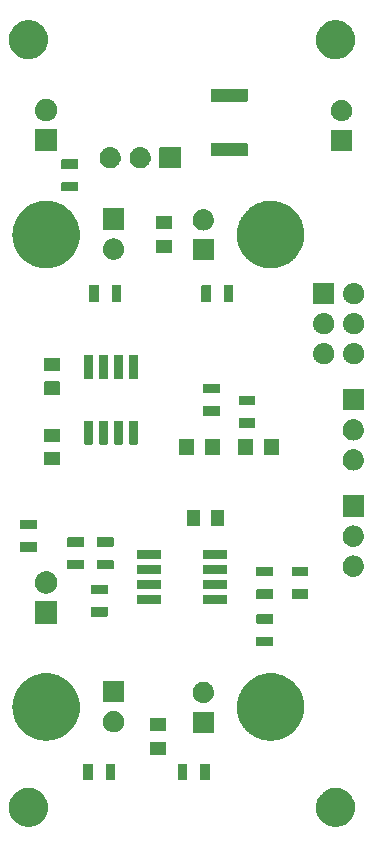
<source format=gts>
G04 #@! TF.GenerationSoftware,KiCad,Pcbnew,(5.99.0-492-g30da2b31e)*
G04 #@! TF.CreationDate,2019-12-10T20:32:50+01:00*
G04 #@! TF.ProjectId,gabel,67616265-6c2e-46b6-9963-61645f706362,rev?*
G04 #@! TF.SameCoordinates,Original*
G04 #@! TF.FileFunction,Soldermask,Top*
G04 #@! TF.FilePolarity,Negative*
%FSLAX46Y46*%
G04 Gerber Fmt 4.6, Leading zero omitted, Abs format (unit mm)*
G04 Created by KiCad (PCBNEW (5.99.0-492-g30da2b31e)) date 2019-12-10 20:32:50*
%MOMM*%
%LPD*%
G04 APERTURE LIST*
G04 APERTURE END LIST*
G36*
X41573730Y-139849000D02*
G01*
X41629937Y-139849000D01*
X41700874Y-139860235D01*
X41767558Y-139866128D01*
X41824072Y-139879748D01*
X41886610Y-139889653D01*
X41948179Y-139909658D01*
X42006121Y-139923622D01*
X42066809Y-139948203D01*
X42133764Y-139969958D01*
X42185106Y-139996118D01*
X42233565Y-140015746D01*
X42296309Y-140052779D01*
X42365312Y-140087938D01*
X42406161Y-140117616D01*
X42444891Y-140140476D01*
X42507232Y-140191049D01*
X42575554Y-140240688D01*
X42606207Y-140271341D01*
X42635465Y-140295076D01*
X42694718Y-140359852D01*
X42759312Y-140424446D01*
X42780574Y-140453711D01*
X42801091Y-140476140D01*
X42854400Y-140555323D01*
X42912062Y-140634688D01*
X42925230Y-140660531D01*
X42938137Y-140679703D01*
X42982562Y-140773052D01*
X43030042Y-140866236D01*
X43036784Y-140886987D01*
X43043587Y-140901281D01*
X43076245Y-141008436D01*
X43110347Y-141113390D01*
X43112634Y-141127830D01*
X43115129Y-141136016D01*
X43133244Y-141257955D01*
X43151000Y-141370063D01*
X43151000Y-141629937D01*
X43142684Y-141682440D01*
X43141885Y-141711983D01*
X43124640Y-141796367D01*
X43110347Y-141886610D01*
X43099164Y-141921027D01*
X43093080Y-141950799D01*
X43060365Y-142040439D01*
X43030042Y-142133764D01*
X43016872Y-142159612D01*
X43008950Y-142181318D01*
X42959540Y-142272131D01*
X42912062Y-142365312D01*
X42899241Y-142382959D01*
X42891672Y-142396870D01*
X42824158Y-142486301D01*
X42759312Y-142575554D01*
X42748976Y-142585890D01*
X42743819Y-142592721D01*
X42655782Y-142679084D01*
X42575554Y-142759312D01*
X42569558Y-142763668D01*
X42568640Y-142764569D01*
X42393110Y-142891866D01*
X42365312Y-142912062D01*
X42264629Y-142963363D01*
X42152223Y-143021753D01*
X42145505Y-143024060D01*
X42133764Y-143030042D01*
X42027902Y-143064439D01*
X41920133Y-143101441D01*
X41905994Y-143104049D01*
X41886610Y-143110347D01*
X41782080Y-143126903D01*
X41678808Y-143145950D01*
X41657170Y-143146687D01*
X41629937Y-143151000D01*
X41530480Y-143151000D01*
X41433553Y-143154300D01*
X41404812Y-143151000D01*
X41370063Y-143151000D01*
X41278482Y-143136495D01*
X41189768Y-143126309D01*
X41154791Y-143116904D01*
X41113390Y-143110347D01*
X41031749Y-143083820D01*
X40952788Y-143062589D01*
X40912903Y-143045205D01*
X40866236Y-143030042D01*
X40795965Y-142994237D01*
X40727832Y-142964541D01*
X40684765Y-142937578D01*
X40634688Y-142912062D01*
X40576590Y-142869851D01*
X40519843Y-142834323D01*
X40475667Y-142796526D01*
X40424446Y-142759312D01*
X40378671Y-142713537D01*
X40333382Y-142674788D01*
X40290465Y-142625331D01*
X40240688Y-142575554D01*
X40206823Y-142528943D01*
X40172556Y-142489454D01*
X40133461Y-142427969D01*
X40087938Y-142365312D01*
X40065015Y-142320323D01*
X40040884Y-142282372D01*
X40008299Y-142209012D01*
X39969958Y-142133764D01*
X39956561Y-142092533D01*
X39941269Y-142058105D01*
X39917885Y-141973501D01*
X39889653Y-141886610D01*
X39883993Y-141850874D01*
X39875897Y-141821582D01*
X39864348Y-141726843D01*
X39849000Y-141629937D01*
X39849000Y-141600932D01*
X39846203Y-141577987D01*
X39849000Y-141474628D01*
X39849000Y-141370063D01*
X39852413Y-141348516D01*
X39852841Y-141332689D01*
X39872390Y-141222382D01*
X39889653Y-141113390D01*
X39894171Y-141099485D01*
X39895664Y-141091061D01*
X39934876Y-140974207D01*
X39969958Y-140866236D01*
X39973325Y-140859628D01*
X39973732Y-140858415D01*
X40071710Y-140666538D01*
X40087938Y-140634688D01*
X40154366Y-140543258D01*
X40228002Y-140440214D01*
X40232942Y-140435107D01*
X40240688Y-140424446D01*
X40319390Y-140345744D01*
X40398621Y-140263841D01*
X40410037Y-140255097D01*
X40424446Y-140240688D01*
X40510048Y-140178494D01*
X40593440Y-140114621D01*
X40612390Y-140104139D01*
X40634688Y-140087938D01*
X40723279Y-140042798D01*
X40808164Y-139995843D01*
X40835275Y-139985734D01*
X40866236Y-139969958D01*
X40954418Y-139941306D01*
X41038091Y-139910105D01*
X41073527Y-139902605D01*
X41113390Y-139889653D01*
X41198177Y-139876224D01*
X41278171Y-139859294D01*
X41321600Y-139856676D01*
X41370063Y-139849000D01*
X41448917Y-139849000D01*
X41523111Y-139844527D01*
X41573730Y-139849000D01*
G37*
G36*
X67573730Y-139849000D02*
G01*
X67629937Y-139849000D01*
X67700874Y-139860235D01*
X67767558Y-139866128D01*
X67824072Y-139879748D01*
X67886610Y-139889653D01*
X67948179Y-139909658D01*
X68006121Y-139923622D01*
X68066809Y-139948203D01*
X68133764Y-139969958D01*
X68185106Y-139996118D01*
X68233565Y-140015746D01*
X68296309Y-140052779D01*
X68365312Y-140087938D01*
X68406161Y-140117616D01*
X68444891Y-140140476D01*
X68507232Y-140191049D01*
X68575554Y-140240688D01*
X68606207Y-140271341D01*
X68635465Y-140295076D01*
X68694718Y-140359852D01*
X68759312Y-140424446D01*
X68780574Y-140453711D01*
X68801091Y-140476140D01*
X68854400Y-140555323D01*
X68912062Y-140634688D01*
X68925230Y-140660531D01*
X68938137Y-140679703D01*
X68982562Y-140773052D01*
X69030042Y-140866236D01*
X69036784Y-140886987D01*
X69043587Y-140901281D01*
X69076245Y-141008436D01*
X69110347Y-141113390D01*
X69112634Y-141127830D01*
X69115129Y-141136016D01*
X69133244Y-141257955D01*
X69151000Y-141370063D01*
X69151000Y-141629937D01*
X69142684Y-141682440D01*
X69141885Y-141711983D01*
X69124640Y-141796367D01*
X69110347Y-141886610D01*
X69099164Y-141921027D01*
X69093080Y-141950799D01*
X69060365Y-142040439D01*
X69030042Y-142133764D01*
X69016872Y-142159612D01*
X69008950Y-142181318D01*
X68959540Y-142272131D01*
X68912062Y-142365312D01*
X68899241Y-142382959D01*
X68891672Y-142396870D01*
X68824158Y-142486301D01*
X68759312Y-142575554D01*
X68748976Y-142585890D01*
X68743819Y-142592721D01*
X68655782Y-142679084D01*
X68575554Y-142759312D01*
X68569558Y-142763668D01*
X68568640Y-142764569D01*
X68393110Y-142891866D01*
X68365312Y-142912062D01*
X68264629Y-142963363D01*
X68152223Y-143021753D01*
X68145505Y-143024060D01*
X68133764Y-143030042D01*
X68027902Y-143064439D01*
X67920133Y-143101441D01*
X67905994Y-143104049D01*
X67886610Y-143110347D01*
X67782080Y-143126903D01*
X67678808Y-143145950D01*
X67657170Y-143146687D01*
X67629937Y-143151000D01*
X67530480Y-143151000D01*
X67433553Y-143154300D01*
X67404812Y-143151000D01*
X67370063Y-143151000D01*
X67278482Y-143136495D01*
X67189768Y-143126309D01*
X67154791Y-143116904D01*
X67113390Y-143110347D01*
X67031749Y-143083820D01*
X66952788Y-143062589D01*
X66912903Y-143045205D01*
X66866236Y-143030042D01*
X66795965Y-142994237D01*
X66727832Y-142964541D01*
X66684765Y-142937578D01*
X66634688Y-142912062D01*
X66576590Y-142869851D01*
X66519843Y-142834323D01*
X66475667Y-142796526D01*
X66424446Y-142759312D01*
X66378671Y-142713537D01*
X66333382Y-142674788D01*
X66290465Y-142625331D01*
X66240688Y-142575554D01*
X66206823Y-142528943D01*
X66172556Y-142489454D01*
X66133461Y-142427969D01*
X66087938Y-142365312D01*
X66065015Y-142320323D01*
X66040884Y-142282372D01*
X66008299Y-142209012D01*
X65969958Y-142133764D01*
X65956561Y-142092533D01*
X65941269Y-142058105D01*
X65917885Y-141973501D01*
X65889653Y-141886610D01*
X65883993Y-141850874D01*
X65875897Y-141821582D01*
X65864348Y-141726843D01*
X65849000Y-141629937D01*
X65849000Y-141600932D01*
X65846203Y-141577987D01*
X65849000Y-141474628D01*
X65849000Y-141370063D01*
X65852413Y-141348516D01*
X65852841Y-141332689D01*
X65872390Y-141222382D01*
X65889653Y-141113390D01*
X65894171Y-141099485D01*
X65895664Y-141091061D01*
X65934876Y-140974207D01*
X65969958Y-140866236D01*
X65973325Y-140859628D01*
X65973732Y-140858415D01*
X66071710Y-140666538D01*
X66087938Y-140634688D01*
X66154366Y-140543258D01*
X66228002Y-140440214D01*
X66232942Y-140435107D01*
X66240688Y-140424446D01*
X66319390Y-140345744D01*
X66398621Y-140263841D01*
X66410037Y-140255097D01*
X66424446Y-140240688D01*
X66510048Y-140178494D01*
X66593440Y-140114621D01*
X66612390Y-140104139D01*
X66634688Y-140087938D01*
X66723279Y-140042798D01*
X66808164Y-139995843D01*
X66835275Y-139985734D01*
X66866236Y-139969958D01*
X66954418Y-139941306D01*
X67038091Y-139910105D01*
X67073527Y-139902605D01*
X67113390Y-139889653D01*
X67198177Y-139876224D01*
X67278171Y-139859294D01*
X67321600Y-139856676D01*
X67370063Y-139849000D01*
X67448917Y-139849000D01*
X67523111Y-139844527D01*
X67573730Y-139849000D01*
G37*
G36*
X54919899Y-137801959D02*
G01*
X54936769Y-137813231D01*
X54948041Y-137830101D01*
X54954448Y-137862312D01*
X54954448Y-139137688D01*
X54951999Y-139150000D01*
X54948041Y-139169899D01*
X54936769Y-139186769D01*
X54919899Y-139198041D01*
X54900000Y-139201999D01*
X54887688Y-139204448D01*
X54212312Y-139204448D01*
X54180101Y-139198041D01*
X54163231Y-139186769D01*
X54151959Y-139169899D01*
X54145552Y-139137688D01*
X54145552Y-137862312D01*
X54151959Y-137830101D01*
X54163231Y-137813231D01*
X54180101Y-137801959D01*
X54212312Y-137795552D01*
X54887688Y-137795552D01*
X54919899Y-137801959D01*
G37*
G36*
X48819899Y-137801959D02*
G01*
X48836769Y-137813231D01*
X48848041Y-137830101D01*
X48854448Y-137862312D01*
X48854448Y-139137688D01*
X48851999Y-139150000D01*
X48848041Y-139169899D01*
X48836769Y-139186769D01*
X48819899Y-139198041D01*
X48800000Y-139201999D01*
X48787688Y-139204448D01*
X48112312Y-139204448D01*
X48080101Y-139198041D01*
X48063231Y-139186769D01*
X48051959Y-139169899D01*
X48045552Y-139137688D01*
X48045552Y-137862312D01*
X48051959Y-137830101D01*
X48063231Y-137813231D01*
X48080101Y-137801959D01*
X48112312Y-137795552D01*
X48787688Y-137795552D01*
X48819899Y-137801959D01*
G37*
G36*
X46919899Y-137801959D02*
G01*
X46936769Y-137813231D01*
X46948041Y-137830101D01*
X46954448Y-137862312D01*
X46954448Y-139137688D01*
X46951999Y-139150000D01*
X46948041Y-139169899D01*
X46936769Y-139186769D01*
X46919899Y-139198041D01*
X46900000Y-139201999D01*
X46887688Y-139204448D01*
X46212312Y-139204448D01*
X46180101Y-139198041D01*
X46163231Y-139186769D01*
X46151959Y-139169899D01*
X46145552Y-139137688D01*
X46145552Y-137862312D01*
X46151959Y-137830101D01*
X46163231Y-137813231D01*
X46180101Y-137801959D01*
X46212312Y-137795552D01*
X46887688Y-137795552D01*
X46919899Y-137801959D01*
G37*
G36*
X56819899Y-137801959D02*
G01*
X56836769Y-137813231D01*
X56848041Y-137830101D01*
X56854448Y-137862312D01*
X56854448Y-139137688D01*
X56851999Y-139150000D01*
X56848041Y-139169899D01*
X56836769Y-139186769D01*
X56819899Y-139198041D01*
X56800000Y-139201999D01*
X56787688Y-139204448D01*
X56112312Y-139204448D01*
X56080101Y-139198041D01*
X56063231Y-139186769D01*
X56051959Y-139169899D01*
X56045552Y-139137688D01*
X56045552Y-137862312D01*
X56051959Y-137830101D01*
X56063231Y-137813231D01*
X56080101Y-137801959D01*
X56112312Y-137795552D01*
X56787688Y-137795552D01*
X56819899Y-137801959D01*
G37*
G36*
X53144899Y-135951959D02*
G01*
X53161769Y-135963231D01*
X53173041Y-135980101D01*
X53179448Y-136012312D01*
X53179448Y-136987688D01*
X53176999Y-137000000D01*
X53173041Y-137019899D01*
X53161769Y-137036769D01*
X53144899Y-137048041D01*
X53125000Y-137051999D01*
X53112688Y-137054448D01*
X51887312Y-137054448D01*
X51855101Y-137048041D01*
X51838231Y-137036769D01*
X51826959Y-137019899D01*
X51820552Y-136987688D01*
X51820552Y-136012312D01*
X51826959Y-135980101D01*
X51838231Y-135963231D01*
X51855101Y-135951959D01*
X51887312Y-135945552D01*
X53112688Y-135945552D01*
X53144899Y-135951959D01*
G37*
G36*
X62014068Y-130145805D02*
G01*
X62044857Y-130144515D01*
X62176224Y-130154162D01*
X62313403Y-130161231D01*
X62344505Y-130166519D01*
X62372757Y-130168594D01*
X62504413Y-130193709D01*
X62642464Y-130217182D01*
X62670353Y-130225364D01*
X62695726Y-130230204D01*
X62825831Y-130270976D01*
X62962749Y-130311144D01*
X62987184Y-130321541D01*
X63009466Y-130328524D01*
X63136144Y-130384925D01*
X63269885Y-130441832D01*
X63290765Y-130453766D01*
X63309825Y-130462252D01*
X63431096Y-130533972D01*
X63559675Y-130607461D01*
X63577016Y-130620269D01*
X63592834Y-130629624D01*
X63706812Y-130716138D01*
X63828163Y-130805769D01*
X63842061Y-130818798D01*
X63854716Y-130828403D01*
X63959518Y-130928904D01*
X64071680Y-131034047D01*
X64082347Y-131046692D01*
X64092023Y-131055971D01*
X64185840Y-131169377D01*
X64286901Y-131289178D01*
X64294643Y-131300897D01*
X64301597Y-131309303D01*
X64382648Y-131434111D01*
X64470885Y-131567676D01*
X64476083Y-131577989D01*
X64480668Y-131585049D01*
X64547390Y-131719459D01*
X64621121Y-131865738D01*
X64624222Y-131874235D01*
X64626860Y-131879549D01*
X64677808Y-132021062D01*
X64735555Y-132179292D01*
X64737066Y-132185657D01*
X64738233Y-132188900D01*
X64771965Y-132332719D01*
X64812626Y-132504056D01*
X64813095Y-132508074D01*
X64813309Y-132508989D01*
X64827467Y-132631349D01*
X64851279Y-132835594D01*
X64849616Y-132873691D01*
X64834803Y-133345025D01*
X64827189Y-133387343D01*
X64826100Y-133412281D01*
X64799409Y-133541739D01*
X64776928Y-133666682D01*
X64766586Y-133700937D01*
X64758699Y-133739189D01*
X64717888Y-133862229D01*
X64681899Y-133981430D01*
X64666704Y-134016543D01*
X64653617Y-134056000D01*
X64599815Y-134171116D01*
X64551320Y-134283183D01*
X64530944Y-134318475D01*
X64512290Y-134358388D01*
X64446782Y-134464247D01*
X64386926Y-134567921D01*
X64361146Y-134602634D01*
X64336648Y-134642222D01*
X64260832Y-134737706D01*
X64190901Y-134831869D01*
X64159600Y-134865201D01*
X64129091Y-134903625D01*
X64044442Y-134987832D01*
X63965831Y-135071544D01*
X63929015Y-135102656D01*
X63892453Y-135139027D01*
X63800552Y-135211216D01*
X63714695Y-135283771D01*
X63672473Y-135311823D01*
X63629967Y-135345212D01*
X63532454Y-135404851D01*
X63440854Y-135465710D01*
X63393480Y-135489848D01*
X63345217Y-135519366D01*
X63243682Y-135566174D01*
X63147891Y-135614982D01*
X63095731Y-135634380D01*
X63042094Y-135659107D01*
X62938218Y-135692959D01*
X62839735Y-135729584D01*
X62783275Y-135743452D01*
X62724736Y-135762529D01*
X62620094Y-135783533D01*
X62520432Y-135808013D01*
X62460287Y-135815611D01*
X62397480Y-135828218D01*
X62293617Y-135836666D01*
X62194241Y-135849220D01*
X62131149Y-135849881D01*
X62064795Y-135855278D01*
X61963174Y-135851641D01*
X61865471Y-135852664D01*
X61800249Y-135845809D01*
X61731225Y-135843338D01*
X61633199Y-135828250D01*
X61538492Y-135818296D01*
X61472092Y-135803454D01*
X61401326Y-135792562D01*
X61308134Y-135766805D01*
X61217613Y-135746571D01*
X61151014Y-135723379D01*
X61079604Y-135703642D01*
X60992406Y-135668146D01*
X60907119Y-135638446D01*
X60841386Y-135606670D01*
X60770454Y-135577795D01*
X60690201Y-135533584D01*
X60611107Y-135495349D01*
X60547368Y-135454899D01*
X60478097Y-135416738D01*
X60405583Y-135364919D01*
X60333498Y-135319172D01*
X60272915Y-135270113D01*
X60206528Y-135222672D01*
X60142415Y-135164436D01*
X60077988Y-135112264D01*
X60021715Y-135054800D01*
X59959455Y-134998247D01*
X59904220Y-134934819D01*
X59847947Y-134877354D01*
X59797130Y-134811842D01*
X59740254Y-134746528D01*
X59694219Y-134679170D01*
X59646434Y-134617566D01*
X59602208Y-134544540D01*
X59551917Y-134470954D01*
X59515206Y-134400881D01*
X59476108Y-134336322D01*
X59439544Y-134256460D01*
X59397019Y-134175289D01*
X59369636Y-134103767D01*
X59339244Y-134037386D01*
X59311338Y-133951500D01*
X59277673Y-133863571D01*
X59259435Y-133791760D01*
X59237643Y-133724690D01*
X59219307Y-133633755D01*
X59195511Y-133540057D01*
X59186105Y-133469092D01*
X59172656Y-133402391D01*
X59164688Y-133307500D01*
X59151655Y-133209167D01*
X59150630Y-133140081D01*
X59145144Y-133074749D01*
X59148212Y-132977122D01*
X59146703Y-132875420D01*
X59153490Y-132809183D01*
X59155471Y-132746132D01*
X59170100Y-132647064D01*
X59180724Y-132543375D01*
X59194648Y-132480825D01*
X59203501Y-132420874D01*
X59230054Y-132321776D01*
X59253252Y-132217566D01*
X59273553Y-132159433D01*
X59288598Y-132103284D01*
X59327277Y-132005593D01*
X59363298Y-131902445D01*
X59389145Y-131849333D01*
X59409632Y-131797589D01*
X59460435Y-131702842D01*
X59509357Y-131602314D01*
X59539879Y-131554680D01*
X59564998Y-131507833D01*
X59627747Y-131417549D01*
X59689435Y-131321275D01*
X59723717Y-131279465D01*
X59752647Y-131237840D01*
X59826992Y-131153512D01*
X59901073Y-131063164D01*
X59938190Y-131027383D01*
X59970072Y-130991220D01*
X60055430Y-130914363D01*
X60141379Y-130831508D01*
X60180428Y-130801815D01*
X60214412Y-130771215D01*
X60310020Y-130703270D01*
X60407072Y-130629470D01*
X60447169Y-130605804D01*
X60482412Y-130580758D01*
X60587306Y-130523092D01*
X60694521Y-130459811D01*
X60734818Y-130441996D01*
X60770530Y-130422363D01*
X60883598Y-130376221D01*
X60999802Y-130324848D01*
X61039517Y-130312592D01*
X61074946Y-130298134D01*
X61194895Y-130264643D01*
X61318745Y-130226424D01*
X61357150Y-130219341D01*
X61391618Y-130209717D01*
X61516992Y-130189860D01*
X61646992Y-130165883D01*
X61683474Y-130163492D01*
X61716362Y-130158283D01*
X61845579Y-130152867D01*
X61980061Y-130144053D01*
X62014068Y-130145805D01*
G37*
G36*
X43014068Y-130145805D02*
G01*
X43044857Y-130144515D01*
X43176224Y-130154162D01*
X43313403Y-130161231D01*
X43344505Y-130166519D01*
X43372757Y-130168594D01*
X43504413Y-130193709D01*
X43642464Y-130217182D01*
X43670353Y-130225364D01*
X43695726Y-130230204D01*
X43825831Y-130270976D01*
X43962749Y-130311144D01*
X43987184Y-130321541D01*
X44009466Y-130328524D01*
X44136144Y-130384925D01*
X44269885Y-130441832D01*
X44290765Y-130453766D01*
X44309825Y-130462252D01*
X44431096Y-130533972D01*
X44559675Y-130607461D01*
X44577016Y-130620269D01*
X44592834Y-130629624D01*
X44706812Y-130716138D01*
X44828163Y-130805769D01*
X44842061Y-130818798D01*
X44854716Y-130828403D01*
X44959518Y-130928904D01*
X45071680Y-131034047D01*
X45082347Y-131046692D01*
X45092023Y-131055971D01*
X45185840Y-131169377D01*
X45286901Y-131289178D01*
X45294643Y-131300897D01*
X45301597Y-131309303D01*
X45382648Y-131434111D01*
X45470885Y-131567676D01*
X45476083Y-131577989D01*
X45480668Y-131585049D01*
X45547390Y-131719459D01*
X45621121Y-131865738D01*
X45624222Y-131874235D01*
X45626860Y-131879549D01*
X45677808Y-132021062D01*
X45735555Y-132179292D01*
X45737066Y-132185657D01*
X45738233Y-132188900D01*
X45771965Y-132332719D01*
X45812626Y-132504056D01*
X45813095Y-132508074D01*
X45813309Y-132508989D01*
X45827467Y-132631349D01*
X45851279Y-132835594D01*
X45849616Y-132873691D01*
X45834803Y-133345025D01*
X45827189Y-133387343D01*
X45826100Y-133412281D01*
X45799409Y-133541739D01*
X45776928Y-133666682D01*
X45766586Y-133700937D01*
X45758699Y-133739189D01*
X45717888Y-133862229D01*
X45681899Y-133981430D01*
X45666704Y-134016543D01*
X45653617Y-134056000D01*
X45599815Y-134171116D01*
X45551320Y-134283183D01*
X45530944Y-134318475D01*
X45512290Y-134358388D01*
X45446782Y-134464247D01*
X45386926Y-134567921D01*
X45361146Y-134602634D01*
X45336648Y-134642222D01*
X45260832Y-134737706D01*
X45190901Y-134831869D01*
X45159600Y-134865201D01*
X45129091Y-134903625D01*
X45044442Y-134987832D01*
X44965831Y-135071544D01*
X44929015Y-135102656D01*
X44892453Y-135139027D01*
X44800552Y-135211216D01*
X44714695Y-135283771D01*
X44672473Y-135311823D01*
X44629967Y-135345212D01*
X44532454Y-135404851D01*
X44440854Y-135465710D01*
X44393480Y-135489848D01*
X44345217Y-135519366D01*
X44243682Y-135566174D01*
X44147891Y-135614982D01*
X44095731Y-135634380D01*
X44042094Y-135659107D01*
X43938218Y-135692959D01*
X43839735Y-135729584D01*
X43783275Y-135743452D01*
X43724736Y-135762529D01*
X43620094Y-135783533D01*
X43520432Y-135808013D01*
X43460287Y-135815611D01*
X43397480Y-135828218D01*
X43293617Y-135836666D01*
X43194241Y-135849220D01*
X43131149Y-135849881D01*
X43064795Y-135855278D01*
X42963174Y-135851641D01*
X42865471Y-135852664D01*
X42800249Y-135845809D01*
X42731225Y-135843338D01*
X42633199Y-135828250D01*
X42538492Y-135818296D01*
X42472092Y-135803454D01*
X42401326Y-135792562D01*
X42308134Y-135766805D01*
X42217613Y-135746571D01*
X42151014Y-135723379D01*
X42079604Y-135703642D01*
X41992406Y-135668146D01*
X41907119Y-135638446D01*
X41841386Y-135606670D01*
X41770454Y-135577795D01*
X41690201Y-135533584D01*
X41611107Y-135495349D01*
X41547368Y-135454899D01*
X41478097Y-135416738D01*
X41405583Y-135364919D01*
X41333498Y-135319172D01*
X41272915Y-135270113D01*
X41206528Y-135222672D01*
X41142415Y-135164436D01*
X41077988Y-135112264D01*
X41021715Y-135054800D01*
X40959455Y-134998247D01*
X40904220Y-134934819D01*
X40847947Y-134877354D01*
X40797130Y-134811842D01*
X40740254Y-134746528D01*
X40694219Y-134679170D01*
X40646434Y-134617566D01*
X40602208Y-134544540D01*
X40551917Y-134470954D01*
X40515206Y-134400881D01*
X40476108Y-134336322D01*
X40439544Y-134256460D01*
X40397019Y-134175289D01*
X40369636Y-134103767D01*
X40339244Y-134037386D01*
X40311338Y-133951500D01*
X40277673Y-133863571D01*
X40259435Y-133791760D01*
X40237643Y-133724690D01*
X40219307Y-133633755D01*
X40195511Y-133540057D01*
X40186105Y-133469092D01*
X40172656Y-133402391D01*
X40164688Y-133307500D01*
X40151655Y-133209167D01*
X40150630Y-133140081D01*
X40145144Y-133074749D01*
X40148212Y-132977122D01*
X40146703Y-132875420D01*
X40153490Y-132809183D01*
X40155471Y-132746132D01*
X40170100Y-132647064D01*
X40180724Y-132543375D01*
X40194648Y-132480825D01*
X40203501Y-132420874D01*
X40230054Y-132321776D01*
X40253252Y-132217566D01*
X40273553Y-132159433D01*
X40288598Y-132103284D01*
X40327277Y-132005593D01*
X40363298Y-131902445D01*
X40389145Y-131849333D01*
X40409632Y-131797589D01*
X40460435Y-131702842D01*
X40509357Y-131602314D01*
X40539879Y-131554680D01*
X40564998Y-131507833D01*
X40627747Y-131417549D01*
X40689435Y-131321275D01*
X40723717Y-131279465D01*
X40752647Y-131237840D01*
X40826992Y-131153512D01*
X40901073Y-131063164D01*
X40938190Y-131027383D01*
X40970072Y-130991220D01*
X41055430Y-130914363D01*
X41141379Y-130831508D01*
X41180428Y-130801815D01*
X41214412Y-130771215D01*
X41310020Y-130703270D01*
X41407072Y-130629470D01*
X41447169Y-130605804D01*
X41482412Y-130580758D01*
X41587306Y-130523092D01*
X41694521Y-130459811D01*
X41734818Y-130441996D01*
X41770530Y-130422363D01*
X41883598Y-130376221D01*
X41999802Y-130324848D01*
X42039517Y-130312592D01*
X42074946Y-130298134D01*
X42194895Y-130264643D01*
X42318745Y-130226424D01*
X42357150Y-130219341D01*
X42391618Y-130209717D01*
X42516992Y-130189860D01*
X42646992Y-130165883D01*
X42683474Y-130163492D01*
X42716362Y-130158283D01*
X42845579Y-130152867D01*
X42980061Y-130144053D01*
X43014068Y-130145805D01*
G37*
G36*
X57169899Y-133401957D02*
G01*
X57186769Y-133413229D01*
X57198041Y-133430099D01*
X57204448Y-133462310D01*
X57204448Y-135137686D01*
X57201999Y-135149998D01*
X57198041Y-135169897D01*
X57186769Y-135186767D01*
X57169899Y-135198039D01*
X57150000Y-135201997D01*
X57137688Y-135204446D01*
X55462312Y-135204446D01*
X55430101Y-135198039D01*
X55413231Y-135186767D01*
X55401959Y-135169897D01*
X55395552Y-135137686D01*
X55395552Y-133462310D01*
X55401959Y-133430099D01*
X55413231Y-133413229D01*
X55430101Y-133401957D01*
X55462312Y-133395550D01*
X57137688Y-133395550D01*
X57169899Y-133401957D01*
G37*
G36*
X48749902Y-133339281D02*
G01*
X48794637Y-133339593D01*
X48838460Y-133348588D01*
X48888360Y-133353833D01*
X48930132Y-133367406D01*
X48967723Y-133375122D01*
X49014851Y-133394933D01*
X49068488Y-133412361D01*
X49101099Y-133431189D01*
X49130614Y-133443596D01*
X49178301Y-133475761D01*
X49232511Y-133507059D01*
X49255826Y-133528052D01*
X49277101Y-133542402D01*
X49322183Y-133587800D01*
X49373261Y-133633791D01*
X49388003Y-133654081D01*
X49401608Y-133667782D01*
X49440643Y-133726535D01*
X49484586Y-133787017D01*
X49492221Y-133804166D01*
X49499388Y-133814953D01*
X49528865Y-133886470D01*
X49561621Y-133960040D01*
X49564211Y-133972223D01*
X49566724Y-133978321D01*
X49583292Y-134061995D01*
X49600999Y-134145299D01*
X49600999Y-134334697D01*
X49598115Y-134348267D01*
X49598030Y-134354329D01*
X49579342Y-134436583D01*
X49561621Y-134519956D01*
X49559129Y-134525553D01*
X49559078Y-134525778D01*
X49487210Y-134687195D01*
X49487078Y-134687383D01*
X49484586Y-134692979D01*
X49434480Y-134761944D01*
X49385357Y-134831580D01*
X49380585Y-134836124D01*
X49373261Y-134846205D01*
X49313396Y-134900108D01*
X49257396Y-134953436D01*
X49246464Y-134960374D01*
X49232511Y-134972937D01*
X49167764Y-135010319D01*
X49108211Y-135048112D01*
X49090209Y-135055095D01*
X49068488Y-135067635D01*
X49003115Y-135088876D01*
X48943468Y-135112012D01*
X48918200Y-135116467D01*
X48888360Y-135126163D01*
X48826095Y-135132707D01*
X48769460Y-135142693D01*
X48737459Y-135142023D01*
X48700000Y-135145960D01*
X48643902Y-135140064D01*
X48592799Y-135138994D01*
X48555323Y-135130754D01*
X48511640Y-135126163D01*
X48463917Y-135110657D01*
X48420225Y-135101050D01*
X48379230Y-135083140D01*
X48331512Y-135067635D01*
X48293473Y-135045673D01*
X48258310Y-135030311D01*
X48216337Y-135001139D01*
X48167489Y-134972937D01*
X48139504Y-134947739D01*
X48113215Y-134929468D01*
X48073257Y-134888090D01*
X48026739Y-134846205D01*
X48008296Y-134820821D01*
X47990473Y-134802364D01*
X47955821Y-134748595D01*
X47915414Y-134692979D01*
X47905212Y-134670064D01*
X47894754Y-134653837D01*
X47868789Y-134588259D01*
X47838379Y-134519956D01*
X47834476Y-134501594D01*
X47829707Y-134489549D01*
X47815740Y-134413446D01*
X47799001Y-134334697D01*
X47799001Y-134322244D01*
X47797811Y-134315760D01*
X47799001Y-134230533D01*
X47799001Y-134145299D01*
X47800275Y-134139306D01*
X47800278Y-134139075D01*
X47837015Y-133966244D01*
X47837105Y-133966034D01*
X47838379Y-133960040D01*
X47873042Y-133882186D01*
X47906622Y-133803837D01*
X47910348Y-133798395D01*
X47915414Y-133787017D01*
X47962746Y-133721870D01*
X48006452Y-133658039D01*
X48015706Y-133648977D01*
X48026739Y-133633791D01*
X48082297Y-133583767D01*
X48132693Y-133534415D01*
X48148848Y-133523844D01*
X48167489Y-133507059D01*
X48227026Y-133472685D01*
X48280551Y-133437660D01*
X48304340Y-133428048D01*
X48331512Y-133412361D01*
X48391045Y-133393017D01*
X48444376Y-133371470D01*
X48475820Y-133365472D01*
X48511640Y-133353833D01*
X48567744Y-133347936D01*
X48617945Y-133338360D01*
X48656312Y-133338628D01*
X48700000Y-133334036D01*
X48749902Y-133339281D01*
G37*
G36*
X53144899Y-133951959D02*
G01*
X53161769Y-133963231D01*
X53173041Y-133980101D01*
X53179448Y-134012312D01*
X53179448Y-134987688D01*
X53176999Y-135000000D01*
X53173041Y-135019899D01*
X53161769Y-135036769D01*
X53144899Y-135048041D01*
X53125000Y-135051999D01*
X53112688Y-135054448D01*
X51887312Y-135054448D01*
X51855101Y-135048041D01*
X51838231Y-135036769D01*
X51826959Y-135019899D01*
X51820552Y-134987688D01*
X51820552Y-134012312D01*
X51826959Y-133980101D01*
X51838231Y-133963231D01*
X51855101Y-133951959D01*
X51887312Y-133945552D01*
X53112688Y-133945552D01*
X53144899Y-133951959D01*
G37*
G36*
X56349902Y-130859281D02*
G01*
X56394637Y-130859593D01*
X56438460Y-130868588D01*
X56488360Y-130873833D01*
X56530132Y-130887406D01*
X56567723Y-130895122D01*
X56614851Y-130914933D01*
X56668488Y-130932361D01*
X56701099Y-130951189D01*
X56730614Y-130963596D01*
X56778301Y-130995761D01*
X56832511Y-131027059D01*
X56855826Y-131048052D01*
X56877101Y-131062402D01*
X56922183Y-131107800D01*
X56973261Y-131153791D01*
X56988003Y-131174081D01*
X57001608Y-131187782D01*
X57040643Y-131246535D01*
X57084586Y-131307017D01*
X57092221Y-131324166D01*
X57099388Y-131334953D01*
X57128865Y-131406470D01*
X57161621Y-131480040D01*
X57164211Y-131492223D01*
X57166724Y-131498321D01*
X57183292Y-131581995D01*
X57200999Y-131665299D01*
X57200999Y-131854697D01*
X57198115Y-131868267D01*
X57198030Y-131874329D01*
X57179342Y-131956583D01*
X57161621Y-132039956D01*
X57159129Y-132045553D01*
X57159078Y-132045778D01*
X57087210Y-132207195D01*
X57087078Y-132207383D01*
X57084586Y-132212979D01*
X57034480Y-132281944D01*
X56985357Y-132351580D01*
X56980585Y-132356124D01*
X56973261Y-132366205D01*
X56913396Y-132420108D01*
X56857396Y-132473436D01*
X56846464Y-132480374D01*
X56832511Y-132492937D01*
X56767764Y-132530319D01*
X56708211Y-132568112D01*
X56690209Y-132575095D01*
X56668488Y-132587635D01*
X56603115Y-132608876D01*
X56543468Y-132632012D01*
X56518200Y-132636467D01*
X56488360Y-132646163D01*
X56426095Y-132652707D01*
X56369460Y-132662693D01*
X56337459Y-132662023D01*
X56300000Y-132665960D01*
X56243902Y-132660064D01*
X56192799Y-132658994D01*
X56155323Y-132650754D01*
X56111640Y-132646163D01*
X56063917Y-132630657D01*
X56020225Y-132621050D01*
X55979230Y-132603140D01*
X55931512Y-132587635D01*
X55893473Y-132565673D01*
X55858310Y-132550311D01*
X55816337Y-132521139D01*
X55767489Y-132492937D01*
X55739504Y-132467739D01*
X55713215Y-132449468D01*
X55673257Y-132408090D01*
X55626739Y-132366205D01*
X55608296Y-132340821D01*
X55590473Y-132322364D01*
X55555821Y-132268595D01*
X55515414Y-132212979D01*
X55505212Y-132190064D01*
X55494754Y-132173837D01*
X55468789Y-132108259D01*
X55438379Y-132039956D01*
X55434476Y-132021594D01*
X55429707Y-132009549D01*
X55415740Y-131933446D01*
X55399001Y-131854697D01*
X55399001Y-131842244D01*
X55397811Y-131835760D01*
X55399001Y-131750533D01*
X55399001Y-131665299D01*
X55400275Y-131659306D01*
X55400278Y-131659075D01*
X55437015Y-131486244D01*
X55437105Y-131486034D01*
X55438379Y-131480040D01*
X55473042Y-131402186D01*
X55506622Y-131323837D01*
X55510348Y-131318395D01*
X55515414Y-131307017D01*
X55562746Y-131241870D01*
X55606452Y-131178039D01*
X55615706Y-131168977D01*
X55626739Y-131153791D01*
X55682297Y-131103767D01*
X55732693Y-131054415D01*
X55748848Y-131043844D01*
X55767489Y-131027059D01*
X55827026Y-130992685D01*
X55880551Y-130957660D01*
X55904340Y-130948048D01*
X55931512Y-130932361D01*
X55991045Y-130913017D01*
X56044376Y-130891470D01*
X56075820Y-130885472D01*
X56111640Y-130873833D01*
X56167744Y-130867936D01*
X56217945Y-130858360D01*
X56256312Y-130858628D01*
X56300000Y-130854036D01*
X56349902Y-130859281D01*
G37*
G36*
X49569899Y-130801957D02*
G01*
X49586769Y-130813229D01*
X49598041Y-130830099D01*
X49604448Y-130862310D01*
X49604448Y-132537686D01*
X49601999Y-132549998D01*
X49598041Y-132569897D01*
X49586769Y-132586767D01*
X49569899Y-132598039D01*
X49550000Y-132601997D01*
X49537688Y-132604446D01*
X47862312Y-132604446D01*
X47830101Y-132598039D01*
X47813231Y-132586767D01*
X47801959Y-132569897D01*
X47795552Y-132537686D01*
X47795552Y-130862310D01*
X47801959Y-130830099D01*
X47813231Y-130813229D01*
X47830101Y-130801957D01*
X47862312Y-130795550D01*
X49537688Y-130795550D01*
X49569899Y-130801957D01*
G37*
G36*
X62169899Y-127051959D02*
G01*
X62186769Y-127063231D01*
X62198041Y-127080101D01*
X62204448Y-127112312D01*
X62204448Y-127787688D01*
X62201999Y-127800000D01*
X62198041Y-127819899D01*
X62186769Y-127836769D01*
X62169899Y-127848041D01*
X62150000Y-127851999D01*
X62137688Y-127854448D01*
X60862312Y-127854448D01*
X60830101Y-127848041D01*
X60813231Y-127836769D01*
X60801959Y-127819899D01*
X60795552Y-127787688D01*
X60795552Y-127112312D01*
X60801959Y-127080101D01*
X60813231Y-127063231D01*
X60830101Y-127051959D01*
X60862312Y-127045552D01*
X62137688Y-127045552D01*
X62169899Y-127051959D01*
G37*
G36*
X43919899Y-124051959D02*
G01*
X43936769Y-124063231D01*
X43948041Y-124080101D01*
X43954448Y-124112312D01*
X43954448Y-125887688D01*
X43951999Y-125900000D01*
X43948041Y-125919899D01*
X43936769Y-125936769D01*
X43919899Y-125948041D01*
X43900000Y-125951999D01*
X43887688Y-125954448D01*
X42112312Y-125954448D01*
X42080101Y-125948041D01*
X42063231Y-125936769D01*
X42051959Y-125919899D01*
X42045552Y-125887688D01*
X42045552Y-124112312D01*
X42051959Y-124080101D01*
X42063231Y-124063231D01*
X42080101Y-124051959D01*
X42112312Y-124045552D01*
X43887688Y-124045552D01*
X43919899Y-124051959D01*
G37*
G36*
X62169899Y-125151959D02*
G01*
X62186769Y-125163231D01*
X62198041Y-125180101D01*
X62204448Y-125212312D01*
X62204448Y-125887688D01*
X62201999Y-125900000D01*
X62198041Y-125919899D01*
X62186769Y-125936769D01*
X62169899Y-125948041D01*
X62150000Y-125951999D01*
X62137688Y-125954448D01*
X60862312Y-125954448D01*
X60830101Y-125948041D01*
X60813231Y-125936769D01*
X60801959Y-125919899D01*
X60795552Y-125887688D01*
X60795552Y-125212312D01*
X60801959Y-125180101D01*
X60813231Y-125163231D01*
X60830101Y-125151959D01*
X60862312Y-125145552D01*
X62137688Y-125145552D01*
X62169899Y-125151959D01*
G37*
G36*
X48169899Y-124551959D02*
G01*
X48186769Y-124563231D01*
X48198041Y-124580101D01*
X48204448Y-124612312D01*
X48204448Y-125287688D01*
X48201999Y-125300000D01*
X48198041Y-125319899D01*
X48186769Y-125336769D01*
X48169899Y-125348041D01*
X48150000Y-125351999D01*
X48137688Y-125354448D01*
X46862312Y-125354448D01*
X46830101Y-125348041D01*
X46813231Y-125336769D01*
X46801959Y-125319899D01*
X46795552Y-125287688D01*
X46795552Y-124612312D01*
X46801959Y-124580101D01*
X46813231Y-124563231D01*
X46830101Y-124551959D01*
X46862312Y-124545552D01*
X48137688Y-124545552D01*
X48169899Y-124551959D01*
G37*
G36*
X52694899Y-123551959D02*
G01*
X52711769Y-123563231D01*
X52723041Y-123580101D01*
X52729448Y-123612312D01*
X52729448Y-124197688D01*
X52726999Y-124210000D01*
X52723041Y-124229899D01*
X52711769Y-124246769D01*
X52694899Y-124258041D01*
X52675000Y-124261999D01*
X52662688Y-124264448D01*
X50777312Y-124264448D01*
X50745101Y-124258041D01*
X50728231Y-124246769D01*
X50716959Y-124229899D01*
X50710552Y-124197688D01*
X50710552Y-123612312D01*
X50716959Y-123580101D01*
X50728231Y-123563231D01*
X50745101Y-123551959D01*
X50777312Y-123545552D01*
X52662688Y-123545552D01*
X52694899Y-123551959D01*
G37*
G36*
X58254899Y-123551959D02*
G01*
X58271769Y-123563231D01*
X58283041Y-123580101D01*
X58289448Y-123612312D01*
X58289448Y-124197688D01*
X58286999Y-124210000D01*
X58283041Y-124229899D01*
X58271769Y-124246769D01*
X58254899Y-124258041D01*
X58235000Y-124261999D01*
X58222688Y-124264448D01*
X56337312Y-124264448D01*
X56305101Y-124258041D01*
X56288231Y-124246769D01*
X56276959Y-124229899D01*
X56270552Y-124197688D01*
X56270552Y-123612312D01*
X56276959Y-123580101D01*
X56288231Y-123563231D01*
X56305101Y-123551959D01*
X56337312Y-123545552D01*
X58222688Y-123545552D01*
X58254899Y-123551959D01*
G37*
G36*
X65169899Y-123051959D02*
G01*
X65186769Y-123063231D01*
X65198041Y-123080101D01*
X65204448Y-123112312D01*
X65204448Y-123787688D01*
X65201999Y-123800000D01*
X65198041Y-123819899D01*
X65186769Y-123836769D01*
X65169899Y-123848041D01*
X65150000Y-123851999D01*
X65137688Y-123854448D01*
X63862312Y-123854448D01*
X63830101Y-123848041D01*
X63813231Y-123836769D01*
X63801959Y-123819899D01*
X63795552Y-123787688D01*
X63795552Y-123112312D01*
X63801959Y-123080101D01*
X63813231Y-123063231D01*
X63830101Y-123051959D01*
X63862312Y-123045552D01*
X65137688Y-123045552D01*
X65169899Y-123051959D01*
G37*
G36*
X62169899Y-123051959D02*
G01*
X62186769Y-123063231D01*
X62198041Y-123080101D01*
X62204448Y-123112312D01*
X62204448Y-123787688D01*
X62201999Y-123800000D01*
X62198041Y-123819899D01*
X62186769Y-123836769D01*
X62169899Y-123848041D01*
X62150000Y-123851999D01*
X62137688Y-123854448D01*
X60862312Y-123854448D01*
X60830101Y-123848041D01*
X60813231Y-123836769D01*
X60801959Y-123819899D01*
X60795552Y-123787688D01*
X60795552Y-123112312D01*
X60801959Y-123080101D01*
X60813231Y-123063231D01*
X60830101Y-123051959D01*
X60862312Y-123045552D01*
X62137688Y-123045552D01*
X62169899Y-123051959D01*
G37*
G36*
X48169899Y-122651959D02*
G01*
X48186769Y-122663231D01*
X48198041Y-122680101D01*
X48204448Y-122712312D01*
X48204448Y-123387688D01*
X48201999Y-123400000D01*
X48198041Y-123419899D01*
X48186769Y-123436769D01*
X48169899Y-123448041D01*
X48150000Y-123451999D01*
X48137688Y-123454448D01*
X46862312Y-123454448D01*
X46830101Y-123448041D01*
X46813231Y-123436769D01*
X46801959Y-123419899D01*
X46795552Y-123387688D01*
X46795552Y-122712312D01*
X46801959Y-122680101D01*
X46813231Y-122663231D01*
X46830101Y-122651959D01*
X46862312Y-122645552D01*
X48137688Y-122645552D01*
X48169899Y-122651959D01*
G37*
G36*
X43096675Y-121512627D02*
G01*
X43137905Y-121514680D01*
X43186080Y-121526468D01*
X43240954Y-121534963D01*
X43279728Y-121549383D01*
X43314176Y-121557812D01*
X43364544Y-121580925D01*
X43422037Y-121602307D01*
X43452173Y-121621138D01*
X43479107Y-121633498D01*
X43528922Y-121669097D01*
X43585880Y-121704688D01*
X43607387Y-121725168D01*
X43626749Y-121739005D01*
X43672931Y-121787585D01*
X43725790Y-121837922D01*
X43739404Y-121857511D01*
X43751782Y-121870531D01*
X43791083Y-121931866D01*
X43836052Y-121996569D01*
X43843145Y-122013119D01*
X43849683Y-122023322D01*
X43878818Y-122096349D01*
X43912162Y-122174146D01*
X43914606Y-122186051D01*
X43916928Y-122191872D01*
X43932813Y-122274748D01*
X43951010Y-122363400D01*
X43950988Y-122369580D01*
X43951056Y-122369932D01*
X43950404Y-122556704D01*
X43950335Y-122557053D01*
X43950313Y-122563237D01*
X43931491Y-122651785D01*
X43915034Y-122734522D01*
X43912671Y-122740327D01*
X43910144Y-122752215D01*
X43876246Y-122829806D01*
X43846613Y-122902599D01*
X43840009Y-122912748D01*
X43832797Y-122929257D01*
X43787357Y-122993672D01*
X43747645Y-123054707D01*
X43735180Y-123067637D01*
X43721430Y-123087129D01*
X43668221Y-123137096D01*
X43621704Y-123185349D01*
X43602248Y-123199048D01*
X43580593Y-123219384D01*
X43523380Y-123254582D01*
X43473323Y-123289828D01*
X43446302Y-123302000D01*
X43416039Y-123320618D01*
X43358399Y-123341597D01*
X43307868Y-123364360D01*
X43273362Y-123372549D01*
X43234490Y-123386697D01*
X43179568Y-123394807D01*
X43131307Y-123406260D01*
X43090057Y-123408025D01*
X43043363Y-123414920D01*
X42993741Y-123412146D01*
X42950000Y-123414017D01*
X42903403Y-123407095D01*
X42850464Y-123404135D01*
X42808057Y-123392931D01*
X42770504Y-123387352D01*
X42720566Y-123369815D01*
X42663673Y-123354783D01*
X42629600Y-123337869D01*
X42599288Y-123327224D01*
X42548557Y-123297639D01*
X42490621Y-123268879D01*
X42465245Y-123249053D01*
X42442528Y-123235805D01*
X42393930Y-123193335D01*
X42338378Y-123149933D01*
X42321292Y-123129857D01*
X42305884Y-123116392D01*
X42262628Y-123060928D01*
X42213161Y-123002804D01*
X42203277Y-122984825D01*
X42194285Y-122973295D01*
X42159661Y-122905488D01*
X42120086Y-122833501D01*
X42115749Y-122819492D01*
X42111760Y-122811679D01*
X42088983Y-122733022D01*
X42062955Y-122648941D01*
X42062095Y-122640173D01*
X42061285Y-122637375D01*
X42053295Y-122550423D01*
X42044102Y-122456663D01*
X42053949Y-122362976D01*
X42062546Y-122276079D01*
X42063376Y-122273287D01*
X42064297Y-122264521D01*
X42090920Y-122180594D01*
X42114237Y-122102129D01*
X42118280Y-122094346D01*
X42122715Y-122080365D01*
X42162811Y-122008621D01*
X42197891Y-121941090D01*
X42206956Y-121929632D01*
X42216969Y-121911716D01*
X42266849Y-121853930D01*
X42310484Y-121798776D01*
X42325984Y-121785420D01*
X42343210Y-121765464D01*
X42399069Y-121722447D01*
X42447959Y-121680321D01*
X42470768Y-121667232D01*
X42496281Y-121647584D01*
X42554401Y-121619237D01*
X42605350Y-121589999D01*
X42635746Y-121579562D01*
X42669928Y-121562891D01*
X42726921Y-121548258D01*
X42776983Y-121531069D01*
X42814572Y-121525753D01*
X42857059Y-121514844D01*
X42910020Y-121512254D01*
X42956663Y-121505657D01*
X43000388Y-121507834D01*
X43050028Y-121505406D01*
X43096675Y-121512627D01*
G37*
G36*
X52694899Y-122281959D02*
G01*
X52711769Y-122293231D01*
X52723041Y-122310101D01*
X52729448Y-122342312D01*
X52729448Y-122927688D01*
X52726999Y-122940000D01*
X52723041Y-122959899D01*
X52711769Y-122976769D01*
X52694899Y-122988041D01*
X52675000Y-122991999D01*
X52662688Y-122994448D01*
X50777312Y-122994448D01*
X50745101Y-122988041D01*
X50728231Y-122976769D01*
X50716959Y-122959899D01*
X50710552Y-122927688D01*
X50710552Y-122342312D01*
X50716959Y-122310101D01*
X50728231Y-122293231D01*
X50745101Y-122281959D01*
X50777312Y-122275552D01*
X52662688Y-122275552D01*
X52694899Y-122281959D01*
G37*
G36*
X58254899Y-122281959D02*
G01*
X58271769Y-122293231D01*
X58283041Y-122310101D01*
X58289448Y-122342312D01*
X58289448Y-122927688D01*
X58286999Y-122940000D01*
X58283041Y-122959899D01*
X58271769Y-122976769D01*
X58254899Y-122988041D01*
X58235000Y-122991999D01*
X58222688Y-122994448D01*
X56337312Y-122994448D01*
X56305101Y-122988041D01*
X56288231Y-122976769D01*
X56276959Y-122959899D01*
X56270552Y-122927688D01*
X56270552Y-122342312D01*
X56276959Y-122310101D01*
X56288231Y-122293231D01*
X56305101Y-122281959D01*
X56337312Y-122275552D01*
X58222688Y-122275552D01*
X58254899Y-122281959D01*
G37*
G36*
X69049902Y-120179283D02*
G01*
X69094637Y-120179595D01*
X69138460Y-120188590D01*
X69188360Y-120193835D01*
X69230132Y-120207408D01*
X69267723Y-120215124D01*
X69314851Y-120234935D01*
X69368488Y-120252363D01*
X69401099Y-120271191D01*
X69430614Y-120283598D01*
X69478301Y-120315763D01*
X69532511Y-120347061D01*
X69555826Y-120368054D01*
X69577101Y-120382404D01*
X69622183Y-120427802D01*
X69673261Y-120473793D01*
X69688003Y-120494083D01*
X69701608Y-120507784D01*
X69740643Y-120566537D01*
X69784586Y-120627019D01*
X69792221Y-120644168D01*
X69799388Y-120654955D01*
X69828865Y-120726472D01*
X69861621Y-120800042D01*
X69864211Y-120812225D01*
X69866724Y-120818323D01*
X69883292Y-120901997D01*
X69900999Y-120985301D01*
X69900999Y-121174699D01*
X69898115Y-121188269D01*
X69898030Y-121194331D01*
X69879342Y-121276585D01*
X69861621Y-121359958D01*
X69859129Y-121365555D01*
X69859078Y-121365780D01*
X69787211Y-121527196D01*
X69787077Y-121527386D01*
X69784586Y-121532981D01*
X69734485Y-121601940D01*
X69685357Y-121671582D01*
X69680585Y-121676126D01*
X69673261Y-121686207D01*
X69613396Y-121740110D01*
X69557396Y-121793438D01*
X69546464Y-121800376D01*
X69532511Y-121812939D01*
X69467764Y-121850321D01*
X69408211Y-121888114D01*
X69390209Y-121895097D01*
X69368488Y-121907637D01*
X69303115Y-121928878D01*
X69243468Y-121952014D01*
X69218200Y-121956469D01*
X69188360Y-121966165D01*
X69126095Y-121972709D01*
X69069460Y-121982695D01*
X69037459Y-121982025D01*
X69000000Y-121985962D01*
X68943902Y-121980066D01*
X68892799Y-121978996D01*
X68855323Y-121970756D01*
X68811640Y-121966165D01*
X68763917Y-121950659D01*
X68720225Y-121941052D01*
X68679230Y-121923142D01*
X68631512Y-121907637D01*
X68593473Y-121885675D01*
X68558310Y-121870313D01*
X68516337Y-121841141D01*
X68467489Y-121812939D01*
X68439504Y-121787741D01*
X68413215Y-121769470D01*
X68373257Y-121728092D01*
X68326739Y-121686207D01*
X68308296Y-121660823D01*
X68290473Y-121642366D01*
X68255821Y-121588597D01*
X68215414Y-121532981D01*
X68205212Y-121510066D01*
X68194754Y-121493839D01*
X68168789Y-121428261D01*
X68138379Y-121359958D01*
X68134476Y-121341596D01*
X68129707Y-121329551D01*
X68115740Y-121253448D01*
X68099001Y-121174699D01*
X68099001Y-121162246D01*
X68097811Y-121155762D01*
X68099001Y-121070535D01*
X68099001Y-120985301D01*
X68100275Y-120979308D01*
X68100278Y-120979077D01*
X68137015Y-120806246D01*
X68137105Y-120806036D01*
X68138379Y-120800042D01*
X68173042Y-120722188D01*
X68206622Y-120643839D01*
X68210348Y-120638397D01*
X68215414Y-120627019D01*
X68262746Y-120561872D01*
X68306452Y-120498041D01*
X68315706Y-120488979D01*
X68326739Y-120473793D01*
X68382297Y-120423769D01*
X68432693Y-120374417D01*
X68448848Y-120363846D01*
X68467489Y-120347061D01*
X68527026Y-120312687D01*
X68580551Y-120277662D01*
X68604340Y-120268050D01*
X68631512Y-120252363D01*
X68691045Y-120233019D01*
X68744376Y-120211472D01*
X68775820Y-120205474D01*
X68811640Y-120193835D01*
X68867744Y-120187938D01*
X68917945Y-120178362D01*
X68956312Y-120178630D01*
X69000000Y-120174038D01*
X69049902Y-120179283D01*
G37*
G36*
X65169899Y-121151959D02*
G01*
X65186769Y-121163231D01*
X65198041Y-121180101D01*
X65204448Y-121212312D01*
X65204448Y-121887688D01*
X65201999Y-121900000D01*
X65198041Y-121919899D01*
X65186769Y-121936769D01*
X65169899Y-121948041D01*
X65150000Y-121951999D01*
X65137688Y-121954448D01*
X63862312Y-121954448D01*
X63830101Y-121948041D01*
X63813231Y-121936769D01*
X63801959Y-121919899D01*
X63795552Y-121887688D01*
X63795552Y-121212312D01*
X63801959Y-121180101D01*
X63813231Y-121163231D01*
X63830101Y-121151959D01*
X63862312Y-121145552D01*
X65137688Y-121145552D01*
X65169899Y-121151959D01*
G37*
G36*
X62169899Y-121151959D02*
G01*
X62186769Y-121163231D01*
X62198041Y-121180101D01*
X62204448Y-121212312D01*
X62204448Y-121887688D01*
X62201999Y-121900000D01*
X62198041Y-121919899D01*
X62186769Y-121936769D01*
X62169899Y-121948041D01*
X62150000Y-121951999D01*
X62137688Y-121954448D01*
X60862312Y-121954448D01*
X60830101Y-121948041D01*
X60813231Y-121936769D01*
X60801959Y-121919899D01*
X60795552Y-121887688D01*
X60795552Y-121212312D01*
X60801959Y-121180101D01*
X60813231Y-121163231D01*
X60830101Y-121151959D01*
X60862312Y-121145552D01*
X62137688Y-121145552D01*
X62169899Y-121151959D01*
G37*
G36*
X58254899Y-121011959D02*
G01*
X58271769Y-121023231D01*
X58283041Y-121040101D01*
X58289448Y-121072312D01*
X58289448Y-121657688D01*
X58286999Y-121670000D01*
X58283041Y-121689899D01*
X58271769Y-121706769D01*
X58254899Y-121718041D01*
X58235000Y-121721999D01*
X58222688Y-121724448D01*
X56337312Y-121724448D01*
X56305101Y-121718041D01*
X56288231Y-121706769D01*
X56276959Y-121689899D01*
X56270552Y-121657688D01*
X56270552Y-121072312D01*
X56276959Y-121040101D01*
X56288231Y-121023231D01*
X56305101Y-121011959D01*
X56337312Y-121005552D01*
X58222688Y-121005552D01*
X58254899Y-121011959D01*
G37*
G36*
X52694899Y-121011959D02*
G01*
X52711769Y-121023231D01*
X52723041Y-121040101D01*
X52729448Y-121072312D01*
X52729448Y-121657688D01*
X52726999Y-121670000D01*
X52723041Y-121689899D01*
X52711769Y-121706769D01*
X52694899Y-121718041D01*
X52675000Y-121721999D01*
X52662688Y-121724448D01*
X50777312Y-121724448D01*
X50745101Y-121718041D01*
X50728231Y-121706769D01*
X50716959Y-121689899D01*
X50710552Y-121657688D01*
X50710552Y-121072312D01*
X50716959Y-121040101D01*
X50728231Y-121023231D01*
X50745101Y-121011959D01*
X50777312Y-121005552D01*
X52662688Y-121005552D01*
X52694899Y-121011959D01*
G37*
G36*
X46169899Y-120551959D02*
G01*
X46186769Y-120563231D01*
X46198041Y-120580101D01*
X46204448Y-120612312D01*
X46204448Y-121287688D01*
X46201999Y-121300000D01*
X46198041Y-121319899D01*
X46186769Y-121336769D01*
X46169899Y-121348041D01*
X46150000Y-121351999D01*
X46137688Y-121354448D01*
X44862312Y-121354448D01*
X44830101Y-121348041D01*
X44813231Y-121336769D01*
X44801959Y-121319899D01*
X44795552Y-121287688D01*
X44795552Y-120612312D01*
X44801959Y-120580101D01*
X44813231Y-120563231D01*
X44830101Y-120551959D01*
X44862312Y-120545552D01*
X46137688Y-120545552D01*
X46169899Y-120551959D01*
G37*
G36*
X48669899Y-120551959D02*
G01*
X48686769Y-120563231D01*
X48698041Y-120580101D01*
X48704448Y-120612312D01*
X48704448Y-121287688D01*
X48701999Y-121300000D01*
X48698041Y-121319899D01*
X48686769Y-121336769D01*
X48669899Y-121348041D01*
X48650000Y-121351999D01*
X48637688Y-121354448D01*
X47362312Y-121354448D01*
X47330101Y-121348041D01*
X47313231Y-121336769D01*
X47301959Y-121319899D01*
X47295552Y-121287688D01*
X47295552Y-120612312D01*
X47301959Y-120580101D01*
X47313231Y-120563231D01*
X47330101Y-120551959D01*
X47362312Y-120545552D01*
X48637688Y-120545552D01*
X48669899Y-120551959D01*
G37*
G36*
X52694899Y-119741959D02*
G01*
X52711769Y-119753231D01*
X52723041Y-119770101D01*
X52729448Y-119802312D01*
X52729448Y-120387688D01*
X52726999Y-120400000D01*
X52723041Y-120419899D01*
X52711769Y-120436769D01*
X52694899Y-120448041D01*
X52675000Y-120451999D01*
X52662688Y-120454448D01*
X50777312Y-120454448D01*
X50745101Y-120448041D01*
X50728231Y-120436769D01*
X50716959Y-120419899D01*
X50710552Y-120387688D01*
X50710552Y-119802312D01*
X50716959Y-119770101D01*
X50728231Y-119753231D01*
X50745101Y-119741959D01*
X50777312Y-119735552D01*
X52662688Y-119735552D01*
X52694899Y-119741959D01*
G37*
G36*
X58254899Y-119741959D02*
G01*
X58271769Y-119753231D01*
X58283041Y-119770101D01*
X58289448Y-119802312D01*
X58289448Y-120387688D01*
X58286999Y-120400000D01*
X58283041Y-120419899D01*
X58271769Y-120436769D01*
X58254899Y-120448041D01*
X58235000Y-120451999D01*
X58222688Y-120454448D01*
X56337312Y-120454448D01*
X56305101Y-120448041D01*
X56288231Y-120436769D01*
X56276959Y-120419899D01*
X56270552Y-120387688D01*
X56270552Y-119802312D01*
X56276959Y-119770101D01*
X56288231Y-119753231D01*
X56305101Y-119741959D01*
X56337312Y-119735552D01*
X58222688Y-119735552D01*
X58254899Y-119741959D01*
G37*
G36*
X42169899Y-119051959D02*
G01*
X42186769Y-119063231D01*
X42198041Y-119080101D01*
X42204448Y-119112312D01*
X42204448Y-119787688D01*
X42201999Y-119800000D01*
X42198041Y-119819899D01*
X42186769Y-119836769D01*
X42169899Y-119848041D01*
X42150000Y-119851999D01*
X42137688Y-119854448D01*
X40862312Y-119854448D01*
X40830101Y-119848041D01*
X40813231Y-119836769D01*
X40801959Y-119819899D01*
X40795552Y-119787688D01*
X40795552Y-119112312D01*
X40801959Y-119080101D01*
X40813231Y-119063231D01*
X40830101Y-119051959D01*
X40862312Y-119045552D01*
X42137688Y-119045552D01*
X42169899Y-119051959D01*
G37*
G36*
X48669899Y-118651959D02*
G01*
X48686769Y-118663231D01*
X48698041Y-118680101D01*
X48704448Y-118712312D01*
X48704448Y-119387688D01*
X48701999Y-119400000D01*
X48698041Y-119419899D01*
X48686769Y-119436769D01*
X48669899Y-119448041D01*
X48650000Y-119451999D01*
X48637688Y-119454448D01*
X47362312Y-119454448D01*
X47330101Y-119448041D01*
X47313231Y-119436769D01*
X47301959Y-119419899D01*
X47295552Y-119387688D01*
X47295552Y-118712312D01*
X47301959Y-118680101D01*
X47313231Y-118663231D01*
X47330101Y-118651959D01*
X47362312Y-118645552D01*
X48637688Y-118645552D01*
X48669899Y-118651959D01*
G37*
G36*
X46169899Y-118651959D02*
G01*
X46186769Y-118663231D01*
X46198041Y-118680101D01*
X46204448Y-118712312D01*
X46204448Y-119387688D01*
X46201999Y-119400000D01*
X46198041Y-119419899D01*
X46186769Y-119436769D01*
X46169899Y-119448041D01*
X46150000Y-119451999D01*
X46137688Y-119454448D01*
X44862312Y-119454448D01*
X44830101Y-119448041D01*
X44813231Y-119436769D01*
X44801959Y-119419899D01*
X44795552Y-119387688D01*
X44795552Y-118712312D01*
X44801959Y-118680101D01*
X44813231Y-118663231D01*
X44830101Y-118651959D01*
X44862312Y-118645552D01*
X46137688Y-118645552D01*
X46169899Y-118651959D01*
G37*
G36*
X69049902Y-117639283D02*
G01*
X69094637Y-117639595D01*
X69138460Y-117648590D01*
X69188360Y-117653835D01*
X69230132Y-117667408D01*
X69267723Y-117675124D01*
X69314851Y-117694935D01*
X69368488Y-117712363D01*
X69401099Y-117731191D01*
X69430614Y-117743598D01*
X69478301Y-117775763D01*
X69532511Y-117807061D01*
X69555826Y-117828054D01*
X69577101Y-117842404D01*
X69622183Y-117887802D01*
X69673261Y-117933793D01*
X69688003Y-117954083D01*
X69701608Y-117967784D01*
X69740643Y-118026537D01*
X69784586Y-118087019D01*
X69792221Y-118104168D01*
X69799388Y-118114955D01*
X69828865Y-118186472D01*
X69861621Y-118260042D01*
X69864211Y-118272225D01*
X69866724Y-118278323D01*
X69883292Y-118361997D01*
X69900999Y-118445301D01*
X69900999Y-118634699D01*
X69898115Y-118648269D01*
X69898030Y-118654331D01*
X69879342Y-118736585D01*
X69861621Y-118819958D01*
X69859129Y-118825555D01*
X69859078Y-118825780D01*
X69787210Y-118987197D01*
X69787078Y-118987385D01*
X69784586Y-118992981D01*
X69734480Y-119061946D01*
X69685357Y-119131582D01*
X69680585Y-119136126D01*
X69673261Y-119146207D01*
X69613396Y-119200110D01*
X69557396Y-119253438D01*
X69546464Y-119260376D01*
X69532511Y-119272939D01*
X69467764Y-119310321D01*
X69408211Y-119348114D01*
X69390209Y-119355097D01*
X69368488Y-119367637D01*
X69303115Y-119388878D01*
X69243468Y-119412014D01*
X69218200Y-119416469D01*
X69188360Y-119426165D01*
X69126095Y-119432709D01*
X69069460Y-119442695D01*
X69037459Y-119442025D01*
X69000000Y-119445962D01*
X68943902Y-119440066D01*
X68892799Y-119438996D01*
X68855323Y-119430756D01*
X68811640Y-119426165D01*
X68763917Y-119410659D01*
X68720225Y-119401052D01*
X68679230Y-119383142D01*
X68631512Y-119367637D01*
X68593473Y-119345675D01*
X68558310Y-119330313D01*
X68516337Y-119301141D01*
X68467489Y-119272939D01*
X68439504Y-119247741D01*
X68413215Y-119229470D01*
X68373257Y-119188092D01*
X68326739Y-119146207D01*
X68308296Y-119120823D01*
X68290473Y-119102366D01*
X68255821Y-119048597D01*
X68215414Y-118992981D01*
X68205212Y-118970066D01*
X68194754Y-118953839D01*
X68168789Y-118888261D01*
X68138379Y-118819958D01*
X68134476Y-118801596D01*
X68129707Y-118789551D01*
X68115740Y-118713448D01*
X68099001Y-118634699D01*
X68099001Y-118622246D01*
X68097811Y-118615762D01*
X68099001Y-118530535D01*
X68099001Y-118445301D01*
X68100275Y-118439308D01*
X68100278Y-118439077D01*
X68137015Y-118266246D01*
X68137105Y-118266036D01*
X68138379Y-118260042D01*
X68173042Y-118182188D01*
X68206622Y-118103839D01*
X68210348Y-118098397D01*
X68215414Y-118087019D01*
X68262746Y-118021872D01*
X68306452Y-117958041D01*
X68315706Y-117948979D01*
X68326739Y-117933793D01*
X68382297Y-117883769D01*
X68432693Y-117834417D01*
X68448848Y-117823846D01*
X68467489Y-117807061D01*
X68527026Y-117772687D01*
X68580551Y-117737662D01*
X68604340Y-117728050D01*
X68631512Y-117712363D01*
X68691045Y-117693019D01*
X68744376Y-117671472D01*
X68775820Y-117665474D01*
X68811640Y-117653835D01*
X68867744Y-117647938D01*
X68917945Y-117638362D01*
X68956312Y-117638630D01*
X69000000Y-117634038D01*
X69049902Y-117639283D01*
G37*
G36*
X42169899Y-117151959D02*
G01*
X42186769Y-117163231D01*
X42198041Y-117180101D01*
X42204448Y-117212312D01*
X42204448Y-117887688D01*
X42201999Y-117900000D01*
X42198041Y-117919899D01*
X42186769Y-117936769D01*
X42169899Y-117948041D01*
X42150000Y-117951999D01*
X42137688Y-117954448D01*
X40862312Y-117954448D01*
X40830101Y-117948041D01*
X40813231Y-117936769D01*
X40801959Y-117919899D01*
X40795552Y-117887688D01*
X40795552Y-117212312D01*
X40801959Y-117180101D01*
X40813231Y-117163231D01*
X40830101Y-117151959D01*
X40862312Y-117145552D01*
X42137688Y-117145552D01*
X42169899Y-117151959D01*
G37*
G36*
X58019899Y-116326959D02*
G01*
X58036769Y-116338231D01*
X58048041Y-116355101D01*
X58054448Y-116387312D01*
X58054448Y-117612688D01*
X58051999Y-117625000D01*
X58048041Y-117644899D01*
X58036769Y-117661769D01*
X58019899Y-117673041D01*
X58000000Y-117676999D01*
X57987688Y-117679448D01*
X57012312Y-117679448D01*
X56980101Y-117673041D01*
X56963231Y-117661769D01*
X56951959Y-117644899D01*
X56945552Y-117612688D01*
X56945552Y-116387312D01*
X56951959Y-116355101D01*
X56963231Y-116338231D01*
X56980101Y-116326959D01*
X57012312Y-116320552D01*
X57987688Y-116320552D01*
X58019899Y-116326959D01*
G37*
G36*
X56019899Y-116326959D02*
G01*
X56036769Y-116338231D01*
X56048041Y-116355101D01*
X56054448Y-116387312D01*
X56054448Y-117612688D01*
X56051999Y-117625000D01*
X56048041Y-117644899D01*
X56036769Y-117661769D01*
X56019899Y-117673041D01*
X56000000Y-117676999D01*
X55987688Y-117679448D01*
X55012312Y-117679448D01*
X54980101Y-117673041D01*
X54963231Y-117661769D01*
X54951959Y-117644899D01*
X54945552Y-117612688D01*
X54945552Y-116387312D01*
X54951959Y-116355101D01*
X54963231Y-116338231D01*
X54980101Y-116326959D01*
X55012312Y-116320552D01*
X55987688Y-116320552D01*
X56019899Y-116326959D01*
G37*
G36*
X69869899Y-115101959D02*
G01*
X69886769Y-115113231D01*
X69898041Y-115130101D01*
X69904448Y-115162312D01*
X69904448Y-116837688D01*
X69901999Y-116850000D01*
X69898041Y-116869899D01*
X69886769Y-116886769D01*
X69869899Y-116898041D01*
X69850000Y-116901999D01*
X69837688Y-116904448D01*
X68162312Y-116904448D01*
X68130101Y-116898041D01*
X68113231Y-116886769D01*
X68101959Y-116869899D01*
X68095552Y-116837688D01*
X68095552Y-115162312D01*
X68101959Y-115130101D01*
X68113231Y-115113231D01*
X68130101Y-115101959D01*
X68162312Y-115095552D01*
X69837688Y-115095552D01*
X69869899Y-115101959D01*
G37*
G36*
X69049902Y-111179283D02*
G01*
X69094637Y-111179595D01*
X69138460Y-111188590D01*
X69188360Y-111193835D01*
X69230132Y-111207408D01*
X69267723Y-111215124D01*
X69314851Y-111234935D01*
X69368488Y-111252363D01*
X69401099Y-111271191D01*
X69430614Y-111283598D01*
X69478301Y-111315763D01*
X69532511Y-111347061D01*
X69555826Y-111368054D01*
X69577101Y-111382404D01*
X69622183Y-111427802D01*
X69673261Y-111473793D01*
X69688003Y-111494083D01*
X69701608Y-111507784D01*
X69740643Y-111566537D01*
X69784586Y-111627019D01*
X69792221Y-111644168D01*
X69799388Y-111654955D01*
X69828865Y-111726472D01*
X69861621Y-111800042D01*
X69864211Y-111812225D01*
X69866724Y-111818323D01*
X69883292Y-111901997D01*
X69900999Y-111985301D01*
X69900999Y-112174699D01*
X69898115Y-112188269D01*
X69898030Y-112194331D01*
X69879342Y-112276585D01*
X69861621Y-112359958D01*
X69859129Y-112365555D01*
X69859078Y-112365780D01*
X69787210Y-112527197D01*
X69787078Y-112527385D01*
X69784586Y-112532981D01*
X69734480Y-112601946D01*
X69685357Y-112671582D01*
X69680585Y-112676126D01*
X69673261Y-112686207D01*
X69613396Y-112740110D01*
X69557396Y-112793438D01*
X69546464Y-112800376D01*
X69532511Y-112812939D01*
X69467764Y-112850321D01*
X69408211Y-112888114D01*
X69390209Y-112895097D01*
X69368488Y-112907637D01*
X69303115Y-112928878D01*
X69243468Y-112952014D01*
X69218200Y-112956469D01*
X69188360Y-112966165D01*
X69126095Y-112972709D01*
X69069460Y-112982695D01*
X69037459Y-112982025D01*
X69000000Y-112985962D01*
X68943902Y-112980066D01*
X68892799Y-112978996D01*
X68855323Y-112970756D01*
X68811640Y-112966165D01*
X68763917Y-112950659D01*
X68720225Y-112941052D01*
X68679230Y-112923142D01*
X68631512Y-112907637D01*
X68593473Y-112885675D01*
X68558310Y-112870313D01*
X68516337Y-112841141D01*
X68467489Y-112812939D01*
X68439504Y-112787741D01*
X68413215Y-112769470D01*
X68373257Y-112728092D01*
X68326739Y-112686207D01*
X68308296Y-112660823D01*
X68290473Y-112642366D01*
X68255821Y-112588597D01*
X68215414Y-112532981D01*
X68205212Y-112510066D01*
X68194754Y-112493839D01*
X68168789Y-112428261D01*
X68138379Y-112359958D01*
X68134476Y-112341596D01*
X68129707Y-112329551D01*
X68115740Y-112253448D01*
X68099001Y-112174699D01*
X68099001Y-112162246D01*
X68097811Y-112155762D01*
X68099001Y-112070535D01*
X68099001Y-111985301D01*
X68100275Y-111979308D01*
X68100278Y-111979077D01*
X68137015Y-111806246D01*
X68137105Y-111806036D01*
X68138379Y-111800042D01*
X68173042Y-111722188D01*
X68206622Y-111643839D01*
X68210348Y-111638397D01*
X68215414Y-111627019D01*
X68262746Y-111561872D01*
X68306452Y-111498041D01*
X68315706Y-111488979D01*
X68326739Y-111473793D01*
X68382297Y-111423769D01*
X68432693Y-111374417D01*
X68448848Y-111363846D01*
X68467489Y-111347061D01*
X68527026Y-111312687D01*
X68580551Y-111277662D01*
X68604340Y-111268050D01*
X68631512Y-111252363D01*
X68691045Y-111233019D01*
X68744376Y-111211472D01*
X68775820Y-111205474D01*
X68811640Y-111193835D01*
X68867744Y-111187938D01*
X68917945Y-111178362D01*
X68956312Y-111178630D01*
X69000000Y-111174038D01*
X69049902Y-111179283D01*
G37*
G36*
X44144899Y-111451959D02*
G01*
X44161769Y-111463231D01*
X44173041Y-111480101D01*
X44179448Y-111512312D01*
X44179448Y-112487688D01*
X44176999Y-112500000D01*
X44173041Y-112519899D01*
X44161769Y-112536769D01*
X44144899Y-112548041D01*
X44125000Y-112551999D01*
X44112688Y-112554448D01*
X42887312Y-112554448D01*
X42855101Y-112548041D01*
X42838231Y-112536769D01*
X42826959Y-112519899D01*
X42820552Y-112487688D01*
X42820552Y-111512312D01*
X42826959Y-111480101D01*
X42838231Y-111463231D01*
X42855101Y-111451959D01*
X42887312Y-111445552D01*
X44112688Y-111445552D01*
X44144899Y-111451959D01*
G37*
G36*
X57719899Y-110351959D02*
G01*
X57736769Y-110363231D01*
X57748041Y-110380101D01*
X57754448Y-110412312D01*
X57754448Y-111587688D01*
X57751999Y-111600000D01*
X57748041Y-111619899D01*
X57736769Y-111636769D01*
X57719899Y-111648041D01*
X57700000Y-111651999D01*
X57687688Y-111654448D01*
X56512312Y-111654448D01*
X56480101Y-111648041D01*
X56463231Y-111636769D01*
X56451959Y-111619899D01*
X56445552Y-111587688D01*
X56445552Y-110412312D01*
X56451959Y-110380101D01*
X56463231Y-110363231D01*
X56480101Y-110351959D01*
X56512312Y-110345552D01*
X57687688Y-110345552D01*
X57719899Y-110351959D01*
G37*
G36*
X55519899Y-110351959D02*
G01*
X55536769Y-110363231D01*
X55548041Y-110380101D01*
X55554448Y-110412312D01*
X55554448Y-111587688D01*
X55551999Y-111600000D01*
X55548041Y-111619899D01*
X55536769Y-111636769D01*
X55519899Y-111648041D01*
X55500000Y-111651999D01*
X55487688Y-111654448D01*
X54312312Y-111654448D01*
X54280101Y-111648041D01*
X54263231Y-111636769D01*
X54251959Y-111619899D01*
X54245552Y-111587688D01*
X54245552Y-110412312D01*
X54251959Y-110380101D01*
X54263231Y-110363231D01*
X54280101Y-110351959D01*
X54312312Y-110345552D01*
X55487688Y-110345552D01*
X55519899Y-110351959D01*
G37*
G36*
X60519899Y-110351959D02*
G01*
X60536769Y-110363231D01*
X60548041Y-110380101D01*
X60554448Y-110412312D01*
X60554448Y-111587688D01*
X60551999Y-111600000D01*
X60548041Y-111619899D01*
X60536769Y-111636769D01*
X60519899Y-111648041D01*
X60500000Y-111651999D01*
X60487688Y-111654448D01*
X59312312Y-111654448D01*
X59280101Y-111648041D01*
X59263231Y-111636769D01*
X59251959Y-111619899D01*
X59245552Y-111587688D01*
X59245552Y-110412312D01*
X59251959Y-110380101D01*
X59263231Y-110363231D01*
X59280101Y-110351959D01*
X59312312Y-110345552D01*
X60487688Y-110345552D01*
X60519899Y-110351959D01*
G37*
G36*
X62719899Y-110351959D02*
G01*
X62736769Y-110363231D01*
X62748041Y-110380101D01*
X62754448Y-110412312D01*
X62754448Y-111587688D01*
X62751999Y-111600000D01*
X62748041Y-111619899D01*
X62736769Y-111636769D01*
X62719899Y-111648041D01*
X62700000Y-111651999D01*
X62687688Y-111654448D01*
X61512312Y-111654448D01*
X61480101Y-111648041D01*
X61463231Y-111636769D01*
X61451959Y-111619899D01*
X61445552Y-111587688D01*
X61445552Y-110412312D01*
X61451959Y-110380101D01*
X61463231Y-110363231D01*
X61480101Y-110351959D01*
X61512312Y-110345552D01*
X62687688Y-110345552D01*
X62719899Y-110351959D01*
G37*
G36*
X48189899Y-108776959D02*
G01*
X48206769Y-108788231D01*
X48218041Y-108805101D01*
X48224448Y-108837312D01*
X48224448Y-110722688D01*
X48221999Y-110735000D01*
X48218041Y-110754899D01*
X48206769Y-110771769D01*
X48189899Y-110783041D01*
X48170000Y-110786999D01*
X48157688Y-110789448D01*
X47572312Y-110789448D01*
X47540101Y-110783041D01*
X47523231Y-110771769D01*
X47511959Y-110754899D01*
X47505552Y-110722688D01*
X47505552Y-108837312D01*
X47511959Y-108805101D01*
X47523231Y-108788231D01*
X47540101Y-108776959D01*
X47572312Y-108770552D01*
X48157688Y-108770552D01*
X48189899Y-108776959D01*
G37*
G36*
X46919899Y-108776959D02*
G01*
X46936769Y-108788231D01*
X46948041Y-108805101D01*
X46954448Y-108837312D01*
X46954448Y-110722688D01*
X46951999Y-110735000D01*
X46948041Y-110754899D01*
X46936769Y-110771769D01*
X46919899Y-110783041D01*
X46900000Y-110786999D01*
X46887688Y-110789448D01*
X46302312Y-110789448D01*
X46270101Y-110783041D01*
X46253231Y-110771769D01*
X46241959Y-110754899D01*
X46235552Y-110722688D01*
X46235552Y-108837312D01*
X46241959Y-108805101D01*
X46253231Y-108788231D01*
X46270101Y-108776959D01*
X46302312Y-108770552D01*
X46887688Y-108770552D01*
X46919899Y-108776959D01*
G37*
G36*
X49459899Y-108776959D02*
G01*
X49476769Y-108788231D01*
X49488041Y-108805101D01*
X49494448Y-108837312D01*
X49494448Y-110722688D01*
X49491999Y-110735000D01*
X49488041Y-110754899D01*
X49476769Y-110771769D01*
X49459899Y-110783041D01*
X49440000Y-110786999D01*
X49427688Y-110789448D01*
X48842312Y-110789448D01*
X48810101Y-110783041D01*
X48793231Y-110771769D01*
X48781959Y-110754899D01*
X48775552Y-110722688D01*
X48775552Y-108837312D01*
X48781959Y-108805101D01*
X48793231Y-108788231D01*
X48810101Y-108776959D01*
X48842312Y-108770552D01*
X49427688Y-108770552D01*
X49459899Y-108776959D01*
G37*
G36*
X50729899Y-108776959D02*
G01*
X50746769Y-108788231D01*
X50758041Y-108805101D01*
X50764448Y-108837312D01*
X50764448Y-110722688D01*
X50761999Y-110735000D01*
X50758041Y-110754899D01*
X50746769Y-110771769D01*
X50729899Y-110783041D01*
X50710000Y-110786999D01*
X50697688Y-110789448D01*
X50112312Y-110789448D01*
X50080101Y-110783041D01*
X50063231Y-110771769D01*
X50051959Y-110754899D01*
X50045552Y-110722688D01*
X50045552Y-108837312D01*
X50051959Y-108805101D01*
X50063231Y-108788231D01*
X50080101Y-108776959D01*
X50112312Y-108770552D01*
X50697688Y-108770552D01*
X50729899Y-108776959D01*
G37*
G36*
X44144899Y-109451959D02*
G01*
X44161769Y-109463231D01*
X44173041Y-109480101D01*
X44179448Y-109512312D01*
X44179448Y-110487688D01*
X44176999Y-110500000D01*
X44173041Y-110519899D01*
X44161769Y-110536769D01*
X44144899Y-110548041D01*
X44125000Y-110551999D01*
X44112688Y-110554448D01*
X42887312Y-110554448D01*
X42855101Y-110548041D01*
X42838231Y-110536769D01*
X42826959Y-110519899D01*
X42820552Y-110487688D01*
X42820552Y-109512312D01*
X42826959Y-109480101D01*
X42838231Y-109463231D01*
X42855101Y-109451959D01*
X42887312Y-109445552D01*
X44112688Y-109445552D01*
X44144899Y-109451959D01*
G37*
G36*
X69049902Y-108639283D02*
G01*
X69094637Y-108639595D01*
X69138460Y-108648590D01*
X69188360Y-108653835D01*
X69230132Y-108667408D01*
X69267723Y-108675124D01*
X69314851Y-108694935D01*
X69368488Y-108712363D01*
X69401099Y-108731191D01*
X69430614Y-108743598D01*
X69478301Y-108775763D01*
X69532511Y-108807061D01*
X69555826Y-108828054D01*
X69577101Y-108842404D01*
X69622183Y-108887802D01*
X69673261Y-108933793D01*
X69688003Y-108954083D01*
X69701608Y-108967784D01*
X69740643Y-109026537D01*
X69784586Y-109087019D01*
X69792221Y-109104168D01*
X69799388Y-109114955D01*
X69828865Y-109186472D01*
X69861621Y-109260042D01*
X69864211Y-109272225D01*
X69866724Y-109278323D01*
X69883292Y-109361997D01*
X69900999Y-109445301D01*
X69900999Y-109634699D01*
X69898115Y-109648269D01*
X69898030Y-109654331D01*
X69879342Y-109736585D01*
X69861621Y-109819958D01*
X69859129Y-109825555D01*
X69859078Y-109825780D01*
X69787210Y-109987197D01*
X69787078Y-109987385D01*
X69784586Y-109992981D01*
X69734480Y-110061946D01*
X69685357Y-110131582D01*
X69680585Y-110136126D01*
X69673261Y-110146207D01*
X69613396Y-110200110D01*
X69557396Y-110253438D01*
X69546464Y-110260376D01*
X69532511Y-110272939D01*
X69467764Y-110310321D01*
X69408211Y-110348114D01*
X69390209Y-110355097D01*
X69368488Y-110367637D01*
X69303115Y-110388878D01*
X69243468Y-110412014D01*
X69218200Y-110416469D01*
X69188360Y-110426165D01*
X69126095Y-110432709D01*
X69069460Y-110442695D01*
X69037459Y-110442025D01*
X69000000Y-110445962D01*
X68943902Y-110440066D01*
X68892799Y-110438996D01*
X68855323Y-110430756D01*
X68811640Y-110426165D01*
X68763917Y-110410659D01*
X68720225Y-110401052D01*
X68679230Y-110383142D01*
X68631512Y-110367637D01*
X68593473Y-110345675D01*
X68558310Y-110330313D01*
X68516337Y-110301141D01*
X68467489Y-110272939D01*
X68439504Y-110247741D01*
X68413215Y-110229470D01*
X68373257Y-110188092D01*
X68326739Y-110146207D01*
X68308296Y-110120823D01*
X68290473Y-110102366D01*
X68255821Y-110048597D01*
X68215414Y-109992981D01*
X68205212Y-109970066D01*
X68194754Y-109953839D01*
X68168789Y-109888261D01*
X68138379Y-109819958D01*
X68134476Y-109801596D01*
X68129707Y-109789551D01*
X68115740Y-109713448D01*
X68099001Y-109634699D01*
X68099001Y-109622246D01*
X68097811Y-109615762D01*
X68099001Y-109530535D01*
X68099001Y-109445301D01*
X68100275Y-109439308D01*
X68100278Y-109439077D01*
X68137015Y-109266246D01*
X68137105Y-109266036D01*
X68138379Y-109260042D01*
X68173042Y-109182188D01*
X68206622Y-109103839D01*
X68210348Y-109098397D01*
X68215414Y-109087019D01*
X68262746Y-109021872D01*
X68306452Y-108958041D01*
X68315706Y-108948979D01*
X68326739Y-108933793D01*
X68382297Y-108883769D01*
X68432693Y-108834417D01*
X68448848Y-108823846D01*
X68467489Y-108807061D01*
X68527026Y-108772687D01*
X68580551Y-108737662D01*
X68604340Y-108728050D01*
X68631512Y-108712363D01*
X68691045Y-108693019D01*
X68744376Y-108671472D01*
X68775820Y-108665474D01*
X68811640Y-108653835D01*
X68867744Y-108647938D01*
X68917945Y-108638362D01*
X68956312Y-108638630D01*
X69000000Y-108634038D01*
X69049902Y-108639283D01*
G37*
G36*
X60669899Y-108551959D02*
G01*
X60686769Y-108563231D01*
X60698041Y-108580101D01*
X60704448Y-108612312D01*
X60704448Y-109287688D01*
X60701999Y-109300000D01*
X60698041Y-109319899D01*
X60686769Y-109336769D01*
X60669899Y-109348041D01*
X60650000Y-109351999D01*
X60637688Y-109354448D01*
X59362312Y-109354448D01*
X59330101Y-109348041D01*
X59313231Y-109336769D01*
X59301959Y-109319899D01*
X59295552Y-109287688D01*
X59295552Y-108612312D01*
X59301959Y-108580101D01*
X59313231Y-108563231D01*
X59330101Y-108551959D01*
X59362312Y-108545552D01*
X60637688Y-108545552D01*
X60669899Y-108551959D01*
G37*
G36*
X57669899Y-107551959D02*
G01*
X57686769Y-107563231D01*
X57698041Y-107580101D01*
X57704448Y-107612312D01*
X57704448Y-108287688D01*
X57701999Y-108300000D01*
X57698041Y-108319899D01*
X57686769Y-108336769D01*
X57669899Y-108348041D01*
X57650000Y-108351999D01*
X57637688Y-108354448D01*
X56362312Y-108354448D01*
X56330101Y-108348041D01*
X56313231Y-108336769D01*
X56301959Y-108319899D01*
X56295552Y-108287688D01*
X56295552Y-107612312D01*
X56301959Y-107580101D01*
X56313231Y-107563231D01*
X56330101Y-107551959D01*
X56362312Y-107545552D01*
X57637688Y-107545552D01*
X57669899Y-107551959D01*
G37*
G36*
X69869899Y-106101959D02*
G01*
X69886769Y-106113231D01*
X69898041Y-106130101D01*
X69904448Y-106162312D01*
X69904448Y-107837688D01*
X69901999Y-107850000D01*
X69898041Y-107869899D01*
X69886769Y-107886769D01*
X69869899Y-107898041D01*
X69850000Y-107901999D01*
X69837688Y-107904448D01*
X68162312Y-107904448D01*
X68130101Y-107898041D01*
X68113231Y-107886769D01*
X68101959Y-107869899D01*
X68095552Y-107837688D01*
X68095552Y-106162312D01*
X68101959Y-106130101D01*
X68113231Y-106113231D01*
X68130101Y-106101959D01*
X68162312Y-106095552D01*
X69837688Y-106095552D01*
X69869899Y-106101959D01*
G37*
G36*
X60669899Y-106651959D02*
G01*
X60686769Y-106663231D01*
X60698041Y-106680101D01*
X60704448Y-106712312D01*
X60704448Y-107387688D01*
X60701999Y-107400000D01*
X60698041Y-107419899D01*
X60686769Y-107436769D01*
X60669899Y-107448041D01*
X60650000Y-107451999D01*
X60637688Y-107454448D01*
X59362312Y-107454448D01*
X59330101Y-107448041D01*
X59313231Y-107436769D01*
X59301959Y-107419899D01*
X59295552Y-107387688D01*
X59295552Y-106712312D01*
X59301959Y-106680101D01*
X59313231Y-106663231D01*
X59330101Y-106651959D01*
X59362312Y-106645552D01*
X60637688Y-106645552D01*
X60669899Y-106651959D01*
G37*
G36*
X44144899Y-105451959D02*
G01*
X44161769Y-105463231D01*
X44173041Y-105480101D01*
X44179448Y-105512312D01*
X44179448Y-106487688D01*
X44176999Y-106500000D01*
X44173041Y-106519899D01*
X44161769Y-106536769D01*
X44144899Y-106548041D01*
X44125000Y-106551999D01*
X44112688Y-106554448D01*
X42887312Y-106554448D01*
X42855101Y-106548041D01*
X42838231Y-106536769D01*
X42826959Y-106519899D01*
X42820552Y-106487688D01*
X42820552Y-105512312D01*
X42826959Y-105480101D01*
X42838231Y-105463231D01*
X42855101Y-105451959D01*
X42887312Y-105445552D01*
X44112688Y-105445552D01*
X44144899Y-105451959D01*
G37*
G36*
X57669899Y-105651959D02*
G01*
X57686769Y-105663231D01*
X57698041Y-105680101D01*
X57704448Y-105712312D01*
X57704448Y-106387688D01*
X57701999Y-106400000D01*
X57698041Y-106419899D01*
X57686769Y-106436769D01*
X57669899Y-106448041D01*
X57650000Y-106451999D01*
X57637688Y-106454448D01*
X56362312Y-106454448D01*
X56330101Y-106448041D01*
X56313231Y-106436769D01*
X56301959Y-106419899D01*
X56295552Y-106387688D01*
X56295552Y-105712312D01*
X56301959Y-105680101D01*
X56313231Y-105663231D01*
X56330101Y-105651959D01*
X56362312Y-105645552D01*
X57637688Y-105645552D01*
X57669899Y-105651959D01*
G37*
G36*
X46919899Y-103216959D02*
G01*
X46936769Y-103228231D01*
X46948041Y-103245101D01*
X46954448Y-103277312D01*
X46954448Y-105162688D01*
X46951999Y-105175000D01*
X46948041Y-105194899D01*
X46936769Y-105211769D01*
X46919899Y-105223041D01*
X46900000Y-105226999D01*
X46887688Y-105229448D01*
X46302312Y-105229448D01*
X46270101Y-105223041D01*
X46253231Y-105211769D01*
X46241959Y-105194899D01*
X46235552Y-105162688D01*
X46235552Y-103277312D01*
X46241959Y-103245101D01*
X46253231Y-103228231D01*
X46270101Y-103216959D01*
X46302312Y-103210552D01*
X46887688Y-103210552D01*
X46919899Y-103216959D01*
G37*
G36*
X48189899Y-103216959D02*
G01*
X48206769Y-103228231D01*
X48218041Y-103245101D01*
X48224448Y-103277312D01*
X48224448Y-105162688D01*
X48221999Y-105175000D01*
X48218041Y-105194899D01*
X48206769Y-105211769D01*
X48189899Y-105223041D01*
X48170000Y-105226999D01*
X48157688Y-105229448D01*
X47572312Y-105229448D01*
X47540101Y-105223041D01*
X47523231Y-105211769D01*
X47511959Y-105194899D01*
X47505552Y-105162688D01*
X47505552Y-103277312D01*
X47511959Y-103245101D01*
X47523231Y-103228231D01*
X47540101Y-103216959D01*
X47572312Y-103210552D01*
X48157688Y-103210552D01*
X48189899Y-103216959D01*
G37*
G36*
X49459899Y-103216959D02*
G01*
X49476769Y-103228231D01*
X49488041Y-103245101D01*
X49494448Y-103277312D01*
X49494448Y-105162688D01*
X49491999Y-105175000D01*
X49488041Y-105194899D01*
X49476769Y-105211769D01*
X49459899Y-105223041D01*
X49440000Y-105226999D01*
X49427688Y-105229448D01*
X48842312Y-105229448D01*
X48810101Y-105223041D01*
X48793231Y-105211769D01*
X48781959Y-105194899D01*
X48775552Y-105162688D01*
X48775552Y-103277312D01*
X48781959Y-103245101D01*
X48793231Y-103228231D01*
X48810101Y-103216959D01*
X48842312Y-103210552D01*
X49427688Y-103210552D01*
X49459899Y-103216959D01*
G37*
G36*
X50729899Y-103216959D02*
G01*
X50746769Y-103228231D01*
X50758041Y-103245101D01*
X50764448Y-103277312D01*
X50764448Y-105162688D01*
X50761999Y-105175000D01*
X50758041Y-105194899D01*
X50746769Y-105211769D01*
X50729899Y-105223041D01*
X50710000Y-105226999D01*
X50697688Y-105229448D01*
X50112312Y-105229448D01*
X50080101Y-105223041D01*
X50063231Y-105211769D01*
X50051959Y-105194899D01*
X50045552Y-105162688D01*
X50045552Y-103277312D01*
X50051959Y-103245101D01*
X50063231Y-103228231D01*
X50080101Y-103216959D01*
X50112312Y-103210552D01*
X50697688Y-103210552D01*
X50729899Y-103216959D01*
G37*
G36*
X44144899Y-103451959D02*
G01*
X44161769Y-103463231D01*
X44173041Y-103480101D01*
X44179448Y-103512312D01*
X44179448Y-104487688D01*
X44176999Y-104500000D01*
X44173041Y-104519899D01*
X44161769Y-104536769D01*
X44144899Y-104548041D01*
X44125000Y-104551999D01*
X44112688Y-104554448D01*
X42887312Y-104554448D01*
X42855101Y-104548041D01*
X42838231Y-104536769D01*
X42826959Y-104519899D01*
X42820552Y-104487688D01*
X42820552Y-103512312D01*
X42826959Y-103480101D01*
X42838231Y-103463231D01*
X42855101Y-103451959D01*
X42887312Y-103445552D01*
X44112688Y-103445552D01*
X44144899Y-103451959D01*
G37*
G36*
X69089902Y-102179283D02*
G01*
X69134637Y-102179595D01*
X69178460Y-102188590D01*
X69228360Y-102193835D01*
X69270132Y-102207408D01*
X69307723Y-102215124D01*
X69354851Y-102234935D01*
X69408488Y-102252363D01*
X69441099Y-102271191D01*
X69470614Y-102283598D01*
X69518301Y-102315763D01*
X69572511Y-102347061D01*
X69595826Y-102368054D01*
X69617101Y-102382404D01*
X69662183Y-102427802D01*
X69713261Y-102473793D01*
X69728003Y-102494083D01*
X69741608Y-102507784D01*
X69780643Y-102566537D01*
X69824586Y-102627019D01*
X69832221Y-102644168D01*
X69839388Y-102654955D01*
X69868865Y-102726472D01*
X69901621Y-102800042D01*
X69904211Y-102812225D01*
X69906724Y-102818323D01*
X69923292Y-102901997D01*
X69940999Y-102985301D01*
X69940999Y-103174699D01*
X69938115Y-103188269D01*
X69938030Y-103194331D01*
X69919342Y-103276585D01*
X69901621Y-103359958D01*
X69899129Y-103365555D01*
X69899078Y-103365780D01*
X69827210Y-103527197D01*
X69827078Y-103527385D01*
X69824586Y-103532981D01*
X69774480Y-103601946D01*
X69725357Y-103671582D01*
X69720585Y-103676126D01*
X69713261Y-103686207D01*
X69653396Y-103740110D01*
X69597396Y-103793438D01*
X69586464Y-103800376D01*
X69572511Y-103812939D01*
X69507764Y-103850321D01*
X69448211Y-103888114D01*
X69430209Y-103895097D01*
X69408488Y-103907637D01*
X69343115Y-103928878D01*
X69283468Y-103952014D01*
X69258200Y-103956469D01*
X69228360Y-103966165D01*
X69166095Y-103972709D01*
X69109460Y-103982695D01*
X69077459Y-103982025D01*
X69040000Y-103985962D01*
X68983902Y-103980066D01*
X68932799Y-103978996D01*
X68895323Y-103970756D01*
X68851640Y-103966165D01*
X68803917Y-103950659D01*
X68760225Y-103941052D01*
X68719230Y-103923142D01*
X68671512Y-103907637D01*
X68633473Y-103885675D01*
X68598310Y-103870313D01*
X68556337Y-103841141D01*
X68507489Y-103812939D01*
X68479504Y-103787741D01*
X68453215Y-103769470D01*
X68413257Y-103728092D01*
X68366739Y-103686207D01*
X68348296Y-103660823D01*
X68330473Y-103642366D01*
X68295821Y-103588597D01*
X68255414Y-103532981D01*
X68245212Y-103510066D01*
X68234754Y-103493839D01*
X68208789Y-103428261D01*
X68178379Y-103359958D01*
X68174476Y-103341596D01*
X68169707Y-103329551D01*
X68155740Y-103253448D01*
X68139001Y-103174699D01*
X68139001Y-103162246D01*
X68137811Y-103155762D01*
X68139001Y-103070535D01*
X68139001Y-102985301D01*
X68140275Y-102979308D01*
X68140278Y-102979077D01*
X68177015Y-102806246D01*
X68177105Y-102806036D01*
X68178379Y-102800042D01*
X68213042Y-102722188D01*
X68246622Y-102643839D01*
X68250348Y-102638397D01*
X68255414Y-102627019D01*
X68302746Y-102561872D01*
X68346452Y-102498041D01*
X68355706Y-102488979D01*
X68366739Y-102473793D01*
X68422297Y-102423769D01*
X68472693Y-102374417D01*
X68488848Y-102363846D01*
X68507489Y-102347061D01*
X68567026Y-102312687D01*
X68620551Y-102277662D01*
X68644340Y-102268050D01*
X68671512Y-102252363D01*
X68731045Y-102233019D01*
X68784376Y-102211472D01*
X68815820Y-102205474D01*
X68851640Y-102193835D01*
X68907744Y-102187938D01*
X68957945Y-102178362D01*
X68996312Y-102178630D01*
X69040000Y-102174038D01*
X69089902Y-102179283D01*
G37*
G36*
X66549902Y-102179283D02*
G01*
X66594637Y-102179595D01*
X66638460Y-102188590D01*
X66688360Y-102193835D01*
X66730132Y-102207408D01*
X66767723Y-102215124D01*
X66814851Y-102234935D01*
X66868488Y-102252363D01*
X66901099Y-102271191D01*
X66930614Y-102283598D01*
X66978301Y-102315763D01*
X67032511Y-102347061D01*
X67055826Y-102368054D01*
X67077101Y-102382404D01*
X67122183Y-102427802D01*
X67173261Y-102473793D01*
X67188003Y-102494083D01*
X67201608Y-102507784D01*
X67240643Y-102566537D01*
X67284586Y-102627019D01*
X67292221Y-102644168D01*
X67299388Y-102654955D01*
X67328865Y-102726472D01*
X67361621Y-102800042D01*
X67364211Y-102812225D01*
X67366724Y-102818323D01*
X67383292Y-102901997D01*
X67400999Y-102985301D01*
X67400999Y-103174699D01*
X67398115Y-103188269D01*
X67398030Y-103194331D01*
X67379342Y-103276585D01*
X67361621Y-103359958D01*
X67359129Y-103365555D01*
X67359078Y-103365780D01*
X67287210Y-103527197D01*
X67287078Y-103527385D01*
X67284586Y-103532981D01*
X67234480Y-103601946D01*
X67185357Y-103671582D01*
X67180585Y-103676126D01*
X67173261Y-103686207D01*
X67113396Y-103740110D01*
X67057396Y-103793438D01*
X67046464Y-103800376D01*
X67032511Y-103812939D01*
X66967764Y-103850321D01*
X66908211Y-103888114D01*
X66890209Y-103895097D01*
X66868488Y-103907637D01*
X66803115Y-103928878D01*
X66743468Y-103952014D01*
X66718200Y-103956469D01*
X66688360Y-103966165D01*
X66626095Y-103972709D01*
X66569460Y-103982695D01*
X66537459Y-103982025D01*
X66500000Y-103985962D01*
X66443902Y-103980066D01*
X66392799Y-103978996D01*
X66355323Y-103970756D01*
X66311640Y-103966165D01*
X66263917Y-103950659D01*
X66220225Y-103941052D01*
X66179230Y-103923142D01*
X66131512Y-103907637D01*
X66093473Y-103885675D01*
X66058310Y-103870313D01*
X66016337Y-103841141D01*
X65967489Y-103812939D01*
X65939504Y-103787741D01*
X65913215Y-103769470D01*
X65873257Y-103728092D01*
X65826739Y-103686207D01*
X65808296Y-103660823D01*
X65790473Y-103642366D01*
X65755821Y-103588597D01*
X65715414Y-103532981D01*
X65705212Y-103510066D01*
X65694754Y-103493839D01*
X65668789Y-103428261D01*
X65638379Y-103359958D01*
X65634476Y-103341596D01*
X65629707Y-103329551D01*
X65615740Y-103253448D01*
X65599001Y-103174699D01*
X65599001Y-103162246D01*
X65597811Y-103155762D01*
X65599001Y-103070535D01*
X65599001Y-102985301D01*
X65600275Y-102979308D01*
X65600278Y-102979077D01*
X65637015Y-102806246D01*
X65637105Y-102806036D01*
X65638379Y-102800042D01*
X65673042Y-102722188D01*
X65706622Y-102643839D01*
X65710348Y-102638397D01*
X65715414Y-102627019D01*
X65762746Y-102561872D01*
X65806452Y-102498041D01*
X65815706Y-102488979D01*
X65826739Y-102473793D01*
X65882297Y-102423769D01*
X65932693Y-102374417D01*
X65948848Y-102363846D01*
X65967489Y-102347061D01*
X66027026Y-102312687D01*
X66080551Y-102277662D01*
X66104340Y-102268050D01*
X66131512Y-102252363D01*
X66191045Y-102233019D01*
X66244376Y-102211472D01*
X66275820Y-102205474D01*
X66311640Y-102193835D01*
X66367744Y-102187938D01*
X66417945Y-102178362D01*
X66456312Y-102178630D01*
X66500000Y-102174038D01*
X66549902Y-102179283D01*
G37*
G36*
X69089902Y-99639283D02*
G01*
X69134637Y-99639595D01*
X69178460Y-99648590D01*
X69228360Y-99653835D01*
X69270132Y-99667408D01*
X69307723Y-99675124D01*
X69354851Y-99694935D01*
X69408488Y-99712363D01*
X69441099Y-99731191D01*
X69470614Y-99743598D01*
X69518301Y-99775763D01*
X69572511Y-99807061D01*
X69595826Y-99828054D01*
X69617101Y-99842404D01*
X69662183Y-99887802D01*
X69713261Y-99933793D01*
X69728003Y-99954083D01*
X69741608Y-99967784D01*
X69780643Y-100026537D01*
X69824586Y-100087019D01*
X69832221Y-100104168D01*
X69839388Y-100114955D01*
X69868865Y-100186472D01*
X69901621Y-100260042D01*
X69904211Y-100272225D01*
X69906724Y-100278323D01*
X69923292Y-100361997D01*
X69940999Y-100445301D01*
X69940999Y-100634699D01*
X69938115Y-100648269D01*
X69938030Y-100654331D01*
X69919342Y-100736585D01*
X69901621Y-100819958D01*
X69899129Y-100825555D01*
X69899078Y-100825780D01*
X69827210Y-100987197D01*
X69827078Y-100987385D01*
X69824586Y-100992981D01*
X69774480Y-101061946D01*
X69725357Y-101131582D01*
X69720585Y-101136126D01*
X69713261Y-101146207D01*
X69653396Y-101200110D01*
X69597396Y-101253438D01*
X69586464Y-101260376D01*
X69572511Y-101272939D01*
X69507764Y-101310321D01*
X69448211Y-101348114D01*
X69430209Y-101355097D01*
X69408488Y-101367637D01*
X69343115Y-101388878D01*
X69283468Y-101412014D01*
X69258200Y-101416469D01*
X69228360Y-101426165D01*
X69166095Y-101432709D01*
X69109460Y-101442695D01*
X69077459Y-101442025D01*
X69040000Y-101445962D01*
X68983902Y-101440066D01*
X68932799Y-101438996D01*
X68895323Y-101430756D01*
X68851640Y-101426165D01*
X68803917Y-101410659D01*
X68760225Y-101401052D01*
X68719230Y-101383142D01*
X68671512Y-101367637D01*
X68633473Y-101345675D01*
X68598310Y-101330313D01*
X68556337Y-101301141D01*
X68507489Y-101272939D01*
X68479504Y-101247741D01*
X68453215Y-101229470D01*
X68413257Y-101188092D01*
X68366739Y-101146207D01*
X68348296Y-101120823D01*
X68330473Y-101102366D01*
X68295821Y-101048597D01*
X68255414Y-100992981D01*
X68245212Y-100970066D01*
X68234754Y-100953839D01*
X68208789Y-100888261D01*
X68178379Y-100819958D01*
X68174476Y-100801596D01*
X68169707Y-100789551D01*
X68155740Y-100713448D01*
X68139001Y-100634699D01*
X68139001Y-100622246D01*
X68137811Y-100615762D01*
X68139001Y-100530535D01*
X68139001Y-100445301D01*
X68140275Y-100439308D01*
X68140278Y-100439077D01*
X68177015Y-100266246D01*
X68177105Y-100266036D01*
X68178379Y-100260042D01*
X68213042Y-100182188D01*
X68246622Y-100103839D01*
X68250348Y-100098397D01*
X68255414Y-100087019D01*
X68302746Y-100021872D01*
X68346452Y-99958041D01*
X68355706Y-99948979D01*
X68366739Y-99933793D01*
X68422297Y-99883769D01*
X68472693Y-99834417D01*
X68488848Y-99823846D01*
X68507489Y-99807061D01*
X68567026Y-99772687D01*
X68620551Y-99737662D01*
X68644340Y-99728050D01*
X68671512Y-99712363D01*
X68731045Y-99693019D01*
X68784376Y-99671472D01*
X68815820Y-99665474D01*
X68851640Y-99653835D01*
X68907744Y-99647938D01*
X68957945Y-99638362D01*
X68996312Y-99638630D01*
X69040000Y-99634038D01*
X69089902Y-99639283D01*
G37*
G36*
X66549902Y-99639283D02*
G01*
X66594637Y-99639595D01*
X66638460Y-99648590D01*
X66688360Y-99653835D01*
X66730132Y-99667408D01*
X66767723Y-99675124D01*
X66814851Y-99694935D01*
X66868488Y-99712363D01*
X66901099Y-99731191D01*
X66930614Y-99743598D01*
X66978301Y-99775763D01*
X67032511Y-99807061D01*
X67055826Y-99828054D01*
X67077101Y-99842404D01*
X67122183Y-99887802D01*
X67173261Y-99933793D01*
X67188003Y-99954083D01*
X67201608Y-99967784D01*
X67240643Y-100026537D01*
X67284586Y-100087019D01*
X67292221Y-100104168D01*
X67299388Y-100114955D01*
X67328865Y-100186472D01*
X67361621Y-100260042D01*
X67364211Y-100272225D01*
X67366724Y-100278323D01*
X67383292Y-100361997D01*
X67400999Y-100445301D01*
X67400999Y-100634699D01*
X67398115Y-100648269D01*
X67398030Y-100654331D01*
X67379342Y-100736585D01*
X67361621Y-100819958D01*
X67359129Y-100825555D01*
X67359078Y-100825780D01*
X67287210Y-100987197D01*
X67287078Y-100987385D01*
X67284586Y-100992981D01*
X67234480Y-101061946D01*
X67185357Y-101131582D01*
X67180585Y-101136126D01*
X67173261Y-101146207D01*
X67113396Y-101200110D01*
X67057396Y-101253438D01*
X67046464Y-101260376D01*
X67032511Y-101272939D01*
X66967764Y-101310321D01*
X66908211Y-101348114D01*
X66890209Y-101355097D01*
X66868488Y-101367637D01*
X66803115Y-101388878D01*
X66743468Y-101412014D01*
X66718200Y-101416469D01*
X66688360Y-101426165D01*
X66626095Y-101432709D01*
X66569460Y-101442695D01*
X66537459Y-101442025D01*
X66500000Y-101445962D01*
X66443902Y-101440066D01*
X66392799Y-101438996D01*
X66355323Y-101430756D01*
X66311640Y-101426165D01*
X66263917Y-101410659D01*
X66220225Y-101401052D01*
X66179230Y-101383142D01*
X66131512Y-101367637D01*
X66093473Y-101345675D01*
X66058310Y-101330313D01*
X66016337Y-101301141D01*
X65967489Y-101272939D01*
X65939504Y-101247741D01*
X65913215Y-101229470D01*
X65873257Y-101188092D01*
X65826739Y-101146207D01*
X65808296Y-101120823D01*
X65790473Y-101102366D01*
X65755821Y-101048597D01*
X65715414Y-100992981D01*
X65705212Y-100970066D01*
X65694754Y-100953839D01*
X65668789Y-100888261D01*
X65638379Y-100819958D01*
X65634476Y-100801596D01*
X65629707Y-100789551D01*
X65615740Y-100713448D01*
X65599001Y-100634699D01*
X65599001Y-100622246D01*
X65597811Y-100615762D01*
X65599001Y-100530535D01*
X65599001Y-100445301D01*
X65600275Y-100439308D01*
X65600278Y-100439077D01*
X65637015Y-100266246D01*
X65637105Y-100266036D01*
X65638379Y-100260042D01*
X65673042Y-100182188D01*
X65706622Y-100103839D01*
X65710348Y-100098397D01*
X65715414Y-100087019D01*
X65762746Y-100021872D01*
X65806452Y-99958041D01*
X65815706Y-99948979D01*
X65826739Y-99933793D01*
X65882297Y-99883769D01*
X65932693Y-99834417D01*
X65948848Y-99823846D01*
X65967489Y-99807061D01*
X66027026Y-99772687D01*
X66080551Y-99737662D01*
X66104340Y-99728050D01*
X66131512Y-99712363D01*
X66191045Y-99693019D01*
X66244376Y-99671472D01*
X66275820Y-99665474D01*
X66311640Y-99653835D01*
X66367744Y-99647938D01*
X66417945Y-99638362D01*
X66456312Y-99638630D01*
X66500000Y-99634038D01*
X66549902Y-99639283D01*
G37*
G36*
X69089902Y-97099283D02*
G01*
X69134637Y-97099595D01*
X69178460Y-97108590D01*
X69228360Y-97113835D01*
X69270132Y-97127408D01*
X69307723Y-97135124D01*
X69354851Y-97154935D01*
X69408488Y-97172363D01*
X69441099Y-97191191D01*
X69470614Y-97203598D01*
X69518301Y-97235763D01*
X69572511Y-97267061D01*
X69595826Y-97288054D01*
X69617101Y-97302404D01*
X69662183Y-97347802D01*
X69713261Y-97393793D01*
X69728003Y-97414083D01*
X69741608Y-97427784D01*
X69780643Y-97486537D01*
X69824586Y-97547019D01*
X69832221Y-97564168D01*
X69839388Y-97574955D01*
X69868865Y-97646472D01*
X69901621Y-97720042D01*
X69904211Y-97732225D01*
X69906724Y-97738323D01*
X69923292Y-97821997D01*
X69940999Y-97905301D01*
X69940999Y-98094699D01*
X69938115Y-98108269D01*
X69938030Y-98114331D01*
X69919342Y-98196585D01*
X69901621Y-98279958D01*
X69899129Y-98285555D01*
X69899078Y-98285780D01*
X69827210Y-98447197D01*
X69827078Y-98447385D01*
X69824586Y-98452981D01*
X69774480Y-98521946D01*
X69725357Y-98591582D01*
X69720585Y-98596126D01*
X69713261Y-98606207D01*
X69653396Y-98660110D01*
X69597396Y-98713438D01*
X69586464Y-98720376D01*
X69572511Y-98732939D01*
X69507764Y-98770321D01*
X69448211Y-98808114D01*
X69430209Y-98815097D01*
X69408488Y-98827637D01*
X69343115Y-98848878D01*
X69283468Y-98872014D01*
X69258200Y-98876469D01*
X69228360Y-98886165D01*
X69166095Y-98892709D01*
X69109460Y-98902695D01*
X69077459Y-98902025D01*
X69040000Y-98905962D01*
X68983902Y-98900066D01*
X68932799Y-98898996D01*
X68895323Y-98890756D01*
X68851640Y-98886165D01*
X68803917Y-98870659D01*
X68760225Y-98861052D01*
X68719230Y-98843142D01*
X68671512Y-98827637D01*
X68633473Y-98805675D01*
X68598310Y-98790313D01*
X68556337Y-98761141D01*
X68507489Y-98732939D01*
X68479504Y-98707741D01*
X68453215Y-98689470D01*
X68413257Y-98648092D01*
X68366739Y-98606207D01*
X68348296Y-98580823D01*
X68330473Y-98562366D01*
X68295821Y-98508597D01*
X68255414Y-98452981D01*
X68245212Y-98430066D01*
X68234754Y-98413839D01*
X68208789Y-98348261D01*
X68178379Y-98279958D01*
X68174476Y-98261596D01*
X68169707Y-98249551D01*
X68155740Y-98173448D01*
X68139001Y-98094699D01*
X68139001Y-98082246D01*
X68137811Y-98075762D01*
X68139001Y-97990535D01*
X68139001Y-97905301D01*
X68140275Y-97899308D01*
X68140278Y-97899077D01*
X68177015Y-97726246D01*
X68177105Y-97726036D01*
X68178379Y-97720042D01*
X68213042Y-97642188D01*
X68246622Y-97563839D01*
X68250348Y-97558397D01*
X68255414Y-97547019D01*
X68302746Y-97481872D01*
X68346452Y-97418041D01*
X68355706Y-97408979D01*
X68366739Y-97393793D01*
X68422297Y-97343769D01*
X68472693Y-97294417D01*
X68488848Y-97283846D01*
X68507489Y-97267061D01*
X68567026Y-97232687D01*
X68620551Y-97197662D01*
X68644340Y-97188050D01*
X68671512Y-97172363D01*
X68731045Y-97153019D01*
X68784376Y-97131472D01*
X68815820Y-97125474D01*
X68851640Y-97113835D01*
X68907744Y-97107938D01*
X68957945Y-97098362D01*
X68996312Y-97098630D01*
X69040000Y-97094038D01*
X69089902Y-97099283D01*
G37*
G36*
X67369899Y-97101959D02*
G01*
X67386769Y-97113231D01*
X67398041Y-97130101D01*
X67404448Y-97162312D01*
X67404448Y-98837688D01*
X67401999Y-98850000D01*
X67398041Y-98869899D01*
X67386769Y-98886769D01*
X67369899Y-98898041D01*
X67350000Y-98901999D01*
X67337688Y-98904448D01*
X65662312Y-98904448D01*
X65630101Y-98898041D01*
X65613231Y-98886769D01*
X65601959Y-98869899D01*
X65595552Y-98837688D01*
X65595552Y-97162312D01*
X65601959Y-97130101D01*
X65613231Y-97113231D01*
X65630101Y-97101959D01*
X65662312Y-97095552D01*
X67337688Y-97095552D01*
X67369899Y-97101959D01*
G37*
G36*
X58819899Y-97301959D02*
G01*
X58836769Y-97313231D01*
X58848041Y-97330101D01*
X58854448Y-97362312D01*
X58854448Y-98637688D01*
X58851999Y-98650000D01*
X58848041Y-98669899D01*
X58836769Y-98686769D01*
X58819899Y-98698041D01*
X58800000Y-98701999D01*
X58787688Y-98704448D01*
X58112312Y-98704448D01*
X58080101Y-98698041D01*
X58063231Y-98686769D01*
X58051959Y-98669899D01*
X58045552Y-98637688D01*
X58045552Y-97362312D01*
X58051959Y-97330101D01*
X58063231Y-97313231D01*
X58080101Y-97301959D01*
X58112312Y-97295552D01*
X58787688Y-97295552D01*
X58819899Y-97301959D01*
G37*
G36*
X56919899Y-97301959D02*
G01*
X56936769Y-97313231D01*
X56948041Y-97330101D01*
X56954448Y-97362312D01*
X56954448Y-98637688D01*
X56951999Y-98650000D01*
X56948041Y-98669899D01*
X56936769Y-98686769D01*
X56919899Y-98698041D01*
X56900000Y-98701999D01*
X56887688Y-98704448D01*
X56212312Y-98704448D01*
X56180101Y-98698041D01*
X56163231Y-98686769D01*
X56151959Y-98669899D01*
X56145552Y-98637688D01*
X56145552Y-97362312D01*
X56151959Y-97330101D01*
X56163231Y-97313231D01*
X56180101Y-97301959D01*
X56212312Y-97295552D01*
X56887688Y-97295552D01*
X56919899Y-97301959D01*
G37*
G36*
X49319899Y-97301959D02*
G01*
X49336769Y-97313231D01*
X49348041Y-97330101D01*
X49354448Y-97362312D01*
X49354448Y-98637688D01*
X49351999Y-98650000D01*
X49348041Y-98669899D01*
X49336769Y-98686769D01*
X49319899Y-98698041D01*
X49300000Y-98701999D01*
X49287688Y-98704448D01*
X48612312Y-98704448D01*
X48580101Y-98698041D01*
X48563231Y-98686769D01*
X48551959Y-98669899D01*
X48545552Y-98637688D01*
X48545552Y-97362312D01*
X48551959Y-97330101D01*
X48563231Y-97313231D01*
X48580101Y-97301959D01*
X48612312Y-97295552D01*
X49287688Y-97295552D01*
X49319899Y-97301959D01*
G37*
G36*
X47419899Y-97301959D02*
G01*
X47436769Y-97313231D01*
X47448041Y-97330101D01*
X47454448Y-97362312D01*
X47454448Y-98637688D01*
X47451999Y-98650000D01*
X47448041Y-98669899D01*
X47436769Y-98686769D01*
X47419899Y-98698041D01*
X47400000Y-98701999D01*
X47387688Y-98704448D01*
X46712312Y-98704448D01*
X46680101Y-98698041D01*
X46663231Y-98686769D01*
X46651959Y-98669899D01*
X46645552Y-98637688D01*
X46645552Y-97362312D01*
X46651959Y-97330101D01*
X46663231Y-97313231D01*
X46680101Y-97301959D01*
X46712312Y-97295552D01*
X47387688Y-97295552D01*
X47419899Y-97301959D01*
G37*
G36*
X62014068Y-90145807D02*
G01*
X62044857Y-90144517D01*
X62176224Y-90154164D01*
X62313403Y-90161233D01*
X62344505Y-90166521D01*
X62372757Y-90168596D01*
X62504413Y-90193711D01*
X62642464Y-90217184D01*
X62670353Y-90225366D01*
X62695726Y-90230206D01*
X62825831Y-90270978D01*
X62962749Y-90311146D01*
X62987184Y-90321543D01*
X63009466Y-90328526D01*
X63136144Y-90384927D01*
X63269885Y-90441834D01*
X63290765Y-90453768D01*
X63309825Y-90462254D01*
X63431096Y-90533974D01*
X63559675Y-90607463D01*
X63577016Y-90620271D01*
X63592834Y-90629626D01*
X63706812Y-90716140D01*
X63828163Y-90805771D01*
X63842061Y-90818800D01*
X63854716Y-90828405D01*
X63959518Y-90928906D01*
X64071680Y-91034049D01*
X64082347Y-91046694D01*
X64092023Y-91055973D01*
X64185840Y-91169379D01*
X64286901Y-91289180D01*
X64294643Y-91300899D01*
X64301597Y-91309305D01*
X64382648Y-91434113D01*
X64470885Y-91567678D01*
X64476083Y-91577991D01*
X64480668Y-91585051D01*
X64547390Y-91719461D01*
X64621121Y-91865740D01*
X64624222Y-91874237D01*
X64626860Y-91879551D01*
X64677808Y-92021064D01*
X64735555Y-92179294D01*
X64737066Y-92185659D01*
X64738233Y-92188902D01*
X64771965Y-92332721D01*
X64812626Y-92504058D01*
X64813095Y-92508076D01*
X64813309Y-92508991D01*
X64827467Y-92631351D01*
X64851279Y-92835596D01*
X64849616Y-92873693D01*
X64834803Y-93345027D01*
X64827189Y-93387345D01*
X64826100Y-93412283D01*
X64799409Y-93541741D01*
X64776928Y-93666684D01*
X64766586Y-93700939D01*
X64758699Y-93739191D01*
X64717888Y-93862231D01*
X64681899Y-93981432D01*
X64666704Y-94016545D01*
X64653617Y-94056002D01*
X64599815Y-94171118D01*
X64551320Y-94283185D01*
X64530944Y-94318477D01*
X64512290Y-94358390D01*
X64446782Y-94464249D01*
X64386926Y-94567923D01*
X64361146Y-94602636D01*
X64336648Y-94642224D01*
X64260832Y-94737708D01*
X64190901Y-94831871D01*
X64159600Y-94865203D01*
X64129091Y-94903627D01*
X64044442Y-94987834D01*
X63965831Y-95071546D01*
X63929015Y-95102658D01*
X63892453Y-95139029D01*
X63800552Y-95211218D01*
X63714695Y-95283773D01*
X63672473Y-95311825D01*
X63629967Y-95345214D01*
X63532454Y-95404853D01*
X63440854Y-95465712D01*
X63393480Y-95489850D01*
X63345217Y-95519368D01*
X63243682Y-95566176D01*
X63147891Y-95614984D01*
X63095731Y-95634382D01*
X63042094Y-95659109D01*
X62938218Y-95692961D01*
X62839735Y-95729586D01*
X62783275Y-95743454D01*
X62724736Y-95762531D01*
X62620094Y-95783535D01*
X62520432Y-95808015D01*
X62460287Y-95815613D01*
X62397480Y-95828220D01*
X62293617Y-95836668D01*
X62194241Y-95849222D01*
X62131149Y-95849883D01*
X62064795Y-95855280D01*
X61963174Y-95851643D01*
X61865471Y-95852666D01*
X61800249Y-95845811D01*
X61731225Y-95843340D01*
X61633199Y-95828252D01*
X61538492Y-95818298D01*
X61472092Y-95803456D01*
X61401326Y-95792564D01*
X61308134Y-95766807D01*
X61217613Y-95746573D01*
X61151014Y-95723381D01*
X61079604Y-95703644D01*
X60992406Y-95668148D01*
X60907119Y-95638448D01*
X60841386Y-95606672D01*
X60770454Y-95577797D01*
X60690201Y-95533586D01*
X60611107Y-95495351D01*
X60547368Y-95454901D01*
X60478097Y-95416740D01*
X60405583Y-95364921D01*
X60333498Y-95319174D01*
X60272915Y-95270115D01*
X60206528Y-95222674D01*
X60142415Y-95164438D01*
X60077988Y-95112266D01*
X60021715Y-95054802D01*
X59959455Y-94998249D01*
X59904220Y-94934821D01*
X59847947Y-94877356D01*
X59797130Y-94811844D01*
X59740254Y-94746530D01*
X59694219Y-94679172D01*
X59646434Y-94617568D01*
X59602208Y-94544542D01*
X59551917Y-94470956D01*
X59515206Y-94400883D01*
X59476108Y-94336324D01*
X59439544Y-94256462D01*
X59397019Y-94175291D01*
X59369636Y-94103769D01*
X59339244Y-94037388D01*
X59311338Y-93951502D01*
X59277673Y-93863573D01*
X59259435Y-93791762D01*
X59237643Y-93724692D01*
X59219307Y-93633757D01*
X59195511Y-93540059D01*
X59186105Y-93469094D01*
X59172656Y-93402393D01*
X59164688Y-93307502D01*
X59151655Y-93209169D01*
X59150630Y-93140083D01*
X59145144Y-93074751D01*
X59148212Y-92977124D01*
X59146703Y-92875422D01*
X59153490Y-92809185D01*
X59155471Y-92746134D01*
X59170100Y-92647066D01*
X59180724Y-92543377D01*
X59194648Y-92480827D01*
X59203501Y-92420876D01*
X59230054Y-92321778D01*
X59253252Y-92217568D01*
X59273553Y-92159435D01*
X59288598Y-92103286D01*
X59327277Y-92005595D01*
X59363298Y-91902447D01*
X59389145Y-91849335D01*
X59409632Y-91797591D01*
X59460435Y-91702844D01*
X59509357Y-91602316D01*
X59539879Y-91554682D01*
X59564998Y-91507835D01*
X59627747Y-91417551D01*
X59689435Y-91321277D01*
X59723717Y-91279467D01*
X59752647Y-91237842D01*
X59826992Y-91153514D01*
X59901073Y-91063166D01*
X59938190Y-91027385D01*
X59970072Y-90991222D01*
X60055430Y-90914365D01*
X60141379Y-90831510D01*
X60180428Y-90801817D01*
X60214412Y-90771217D01*
X60310020Y-90703272D01*
X60407072Y-90629472D01*
X60447169Y-90605806D01*
X60482412Y-90580760D01*
X60587306Y-90523094D01*
X60694521Y-90459813D01*
X60734818Y-90441998D01*
X60770530Y-90422365D01*
X60883598Y-90376223D01*
X60999802Y-90324850D01*
X61039517Y-90312594D01*
X61074946Y-90298136D01*
X61194895Y-90264645D01*
X61318745Y-90226426D01*
X61357150Y-90219343D01*
X61391618Y-90209719D01*
X61516992Y-90189862D01*
X61646992Y-90165885D01*
X61683474Y-90163494D01*
X61716362Y-90158285D01*
X61845579Y-90152869D01*
X61980061Y-90144055D01*
X62014068Y-90145807D01*
G37*
G36*
X43014068Y-90145807D02*
G01*
X43044857Y-90144517D01*
X43176224Y-90154164D01*
X43313403Y-90161233D01*
X43344505Y-90166521D01*
X43372757Y-90168596D01*
X43504413Y-90193711D01*
X43642464Y-90217184D01*
X43670353Y-90225366D01*
X43695726Y-90230206D01*
X43825831Y-90270978D01*
X43962749Y-90311146D01*
X43987184Y-90321543D01*
X44009466Y-90328526D01*
X44136144Y-90384927D01*
X44269885Y-90441834D01*
X44290765Y-90453768D01*
X44309825Y-90462254D01*
X44431096Y-90533974D01*
X44559675Y-90607463D01*
X44577016Y-90620271D01*
X44592834Y-90629626D01*
X44706812Y-90716140D01*
X44828163Y-90805771D01*
X44842061Y-90818800D01*
X44854716Y-90828405D01*
X44959518Y-90928906D01*
X45071680Y-91034049D01*
X45082347Y-91046694D01*
X45092023Y-91055973D01*
X45185840Y-91169379D01*
X45286901Y-91289180D01*
X45294643Y-91300899D01*
X45301597Y-91309305D01*
X45382648Y-91434113D01*
X45470885Y-91567678D01*
X45476083Y-91577991D01*
X45480668Y-91585051D01*
X45547390Y-91719461D01*
X45621121Y-91865740D01*
X45624222Y-91874237D01*
X45626860Y-91879551D01*
X45677808Y-92021064D01*
X45735555Y-92179294D01*
X45737066Y-92185659D01*
X45738233Y-92188902D01*
X45771965Y-92332721D01*
X45812626Y-92504058D01*
X45813095Y-92508076D01*
X45813309Y-92508991D01*
X45827467Y-92631351D01*
X45851279Y-92835596D01*
X45849616Y-92873693D01*
X45834803Y-93345027D01*
X45827189Y-93387345D01*
X45826100Y-93412283D01*
X45799409Y-93541741D01*
X45776928Y-93666684D01*
X45766586Y-93700939D01*
X45758699Y-93739191D01*
X45717888Y-93862231D01*
X45681899Y-93981432D01*
X45666704Y-94016545D01*
X45653617Y-94056002D01*
X45599815Y-94171118D01*
X45551320Y-94283185D01*
X45530944Y-94318477D01*
X45512290Y-94358390D01*
X45446782Y-94464249D01*
X45386926Y-94567923D01*
X45361146Y-94602636D01*
X45336648Y-94642224D01*
X45260832Y-94737708D01*
X45190901Y-94831871D01*
X45159600Y-94865203D01*
X45129091Y-94903627D01*
X45044442Y-94987834D01*
X44965831Y-95071546D01*
X44929015Y-95102658D01*
X44892453Y-95139029D01*
X44800552Y-95211218D01*
X44714695Y-95283773D01*
X44672473Y-95311825D01*
X44629967Y-95345214D01*
X44532454Y-95404853D01*
X44440854Y-95465712D01*
X44393480Y-95489850D01*
X44345217Y-95519368D01*
X44243682Y-95566176D01*
X44147891Y-95614984D01*
X44095731Y-95634382D01*
X44042094Y-95659109D01*
X43938218Y-95692961D01*
X43839735Y-95729586D01*
X43783275Y-95743454D01*
X43724736Y-95762531D01*
X43620094Y-95783535D01*
X43520432Y-95808015D01*
X43460287Y-95815613D01*
X43397480Y-95828220D01*
X43293617Y-95836668D01*
X43194241Y-95849222D01*
X43131149Y-95849883D01*
X43064795Y-95855280D01*
X42963174Y-95851643D01*
X42865471Y-95852666D01*
X42800249Y-95845811D01*
X42731225Y-95843340D01*
X42633199Y-95828252D01*
X42538492Y-95818298D01*
X42472092Y-95803456D01*
X42401326Y-95792564D01*
X42308134Y-95766807D01*
X42217613Y-95746573D01*
X42151014Y-95723381D01*
X42079604Y-95703644D01*
X41992406Y-95668148D01*
X41907119Y-95638448D01*
X41841386Y-95606672D01*
X41770454Y-95577797D01*
X41690201Y-95533586D01*
X41611107Y-95495351D01*
X41547368Y-95454901D01*
X41478097Y-95416740D01*
X41405583Y-95364921D01*
X41333498Y-95319174D01*
X41272915Y-95270115D01*
X41206528Y-95222674D01*
X41142415Y-95164438D01*
X41077988Y-95112266D01*
X41021715Y-95054802D01*
X40959455Y-94998249D01*
X40904220Y-94934821D01*
X40847947Y-94877356D01*
X40797130Y-94811844D01*
X40740254Y-94746530D01*
X40694219Y-94679172D01*
X40646434Y-94617568D01*
X40602208Y-94544542D01*
X40551917Y-94470956D01*
X40515206Y-94400883D01*
X40476108Y-94336324D01*
X40439544Y-94256462D01*
X40397019Y-94175291D01*
X40369636Y-94103769D01*
X40339244Y-94037388D01*
X40311338Y-93951502D01*
X40277673Y-93863573D01*
X40259435Y-93791762D01*
X40237643Y-93724692D01*
X40219307Y-93633757D01*
X40195511Y-93540059D01*
X40186105Y-93469094D01*
X40172656Y-93402393D01*
X40164688Y-93307502D01*
X40151655Y-93209169D01*
X40150630Y-93140083D01*
X40145144Y-93074751D01*
X40148212Y-92977124D01*
X40146703Y-92875422D01*
X40153490Y-92809185D01*
X40155471Y-92746134D01*
X40170100Y-92647066D01*
X40180724Y-92543377D01*
X40194648Y-92480827D01*
X40203501Y-92420876D01*
X40230054Y-92321778D01*
X40253252Y-92217568D01*
X40273553Y-92159435D01*
X40288598Y-92103286D01*
X40327277Y-92005595D01*
X40363298Y-91902447D01*
X40389145Y-91849335D01*
X40409632Y-91797591D01*
X40460435Y-91702844D01*
X40509357Y-91602316D01*
X40539879Y-91554682D01*
X40564998Y-91507835D01*
X40627747Y-91417551D01*
X40689435Y-91321277D01*
X40723717Y-91279467D01*
X40752647Y-91237842D01*
X40826992Y-91153514D01*
X40901073Y-91063166D01*
X40938190Y-91027385D01*
X40970072Y-90991222D01*
X41055430Y-90914365D01*
X41141379Y-90831510D01*
X41180428Y-90801817D01*
X41214412Y-90771217D01*
X41310020Y-90703272D01*
X41407072Y-90629472D01*
X41447169Y-90605806D01*
X41482412Y-90580760D01*
X41587306Y-90523094D01*
X41694521Y-90459813D01*
X41734818Y-90441998D01*
X41770530Y-90422365D01*
X41883598Y-90376223D01*
X41999802Y-90324850D01*
X42039517Y-90312594D01*
X42074946Y-90298136D01*
X42194895Y-90264645D01*
X42318745Y-90226426D01*
X42357150Y-90219343D01*
X42391618Y-90209719D01*
X42516992Y-90189862D01*
X42646992Y-90165885D01*
X42683474Y-90163494D01*
X42716362Y-90158285D01*
X42845579Y-90152869D01*
X42980061Y-90144055D01*
X43014068Y-90145807D01*
G37*
G36*
X57169899Y-93401959D02*
G01*
X57186769Y-93413231D01*
X57198041Y-93430101D01*
X57204448Y-93462312D01*
X57204448Y-95137688D01*
X57201999Y-95150000D01*
X57198041Y-95169899D01*
X57186769Y-95186769D01*
X57169899Y-95198041D01*
X57150000Y-95201999D01*
X57137688Y-95204448D01*
X55462312Y-95204448D01*
X55430101Y-95198041D01*
X55413231Y-95186769D01*
X55401959Y-95169899D01*
X55395552Y-95137688D01*
X55395552Y-93462312D01*
X55401959Y-93430101D01*
X55413231Y-93413231D01*
X55430101Y-93401959D01*
X55462312Y-93395552D01*
X57137688Y-93395552D01*
X57169899Y-93401959D01*
G37*
G36*
X48749902Y-93339283D02*
G01*
X48794637Y-93339595D01*
X48838460Y-93348590D01*
X48888360Y-93353835D01*
X48930132Y-93367408D01*
X48967723Y-93375124D01*
X49014851Y-93394935D01*
X49068488Y-93412363D01*
X49101099Y-93431191D01*
X49130614Y-93443598D01*
X49178301Y-93475763D01*
X49232511Y-93507061D01*
X49255826Y-93528054D01*
X49277101Y-93542404D01*
X49322183Y-93587802D01*
X49373261Y-93633793D01*
X49388003Y-93654083D01*
X49401608Y-93667784D01*
X49440643Y-93726537D01*
X49484586Y-93787019D01*
X49492221Y-93804168D01*
X49499388Y-93814955D01*
X49528865Y-93886472D01*
X49561621Y-93960042D01*
X49564211Y-93972225D01*
X49566724Y-93978323D01*
X49583292Y-94061997D01*
X49600999Y-94145301D01*
X49600999Y-94334699D01*
X49598115Y-94348269D01*
X49598030Y-94354331D01*
X49579342Y-94436585D01*
X49561621Y-94519958D01*
X49559129Y-94525555D01*
X49559078Y-94525780D01*
X49487210Y-94687197D01*
X49487078Y-94687385D01*
X49484586Y-94692981D01*
X49434480Y-94761946D01*
X49385357Y-94831582D01*
X49380585Y-94836126D01*
X49373261Y-94846207D01*
X49313396Y-94900110D01*
X49257396Y-94953438D01*
X49246464Y-94960376D01*
X49232511Y-94972939D01*
X49167764Y-95010321D01*
X49108211Y-95048114D01*
X49090209Y-95055097D01*
X49068488Y-95067637D01*
X49003115Y-95088878D01*
X48943468Y-95112014D01*
X48918200Y-95116469D01*
X48888360Y-95126165D01*
X48826095Y-95132709D01*
X48769460Y-95142695D01*
X48737459Y-95142025D01*
X48700000Y-95145962D01*
X48643902Y-95140066D01*
X48592799Y-95138996D01*
X48555323Y-95130756D01*
X48511640Y-95126165D01*
X48463917Y-95110659D01*
X48420225Y-95101052D01*
X48379230Y-95083142D01*
X48331512Y-95067637D01*
X48293473Y-95045675D01*
X48258310Y-95030313D01*
X48216337Y-95001141D01*
X48167489Y-94972939D01*
X48139504Y-94947741D01*
X48113215Y-94929470D01*
X48073257Y-94888092D01*
X48026739Y-94846207D01*
X48008296Y-94820823D01*
X47990473Y-94802366D01*
X47955821Y-94748597D01*
X47915414Y-94692981D01*
X47905212Y-94670066D01*
X47894754Y-94653839D01*
X47868789Y-94588261D01*
X47838379Y-94519958D01*
X47834476Y-94501596D01*
X47829707Y-94489551D01*
X47815740Y-94413448D01*
X47799001Y-94334699D01*
X47799001Y-94322246D01*
X47797811Y-94315762D01*
X47799001Y-94230535D01*
X47799001Y-94145301D01*
X47800275Y-94139308D01*
X47800278Y-94139077D01*
X47837015Y-93966246D01*
X47837105Y-93966036D01*
X47838379Y-93960042D01*
X47873042Y-93882188D01*
X47906622Y-93803839D01*
X47910348Y-93798397D01*
X47915414Y-93787019D01*
X47962746Y-93721872D01*
X48006452Y-93658041D01*
X48015706Y-93648979D01*
X48026739Y-93633793D01*
X48082297Y-93583769D01*
X48132693Y-93534417D01*
X48148848Y-93523846D01*
X48167489Y-93507061D01*
X48227026Y-93472687D01*
X48280551Y-93437662D01*
X48304340Y-93428050D01*
X48331512Y-93412363D01*
X48391045Y-93393019D01*
X48444376Y-93371472D01*
X48475820Y-93365474D01*
X48511640Y-93353835D01*
X48567744Y-93347938D01*
X48617945Y-93338362D01*
X48656312Y-93338630D01*
X48700000Y-93334038D01*
X48749902Y-93339283D01*
G37*
G36*
X53644899Y-93451959D02*
G01*
X53661769Y-93463231D01*
X53673041Y-93480101D01*
X53679448Y-93512312D01*
X53679448Y-94487688D01*
X53676999Y-94500000D01*
X53673041Y-94519899D01*
X53661769Y-94536769D01*
X53644899Y-94548041D01*
X53625000Y-94551999D01*
X53612688Y-94554448D01*
X52387312Y-94554448D01*
X52355101Y-94548041D01*
X52338231Y-94536769D01*
X52326959Y-94519899D01*
X52320552Y-94487688D01*
X52320552Y-93512312D01*
X52326959Y-93480101D01*
X52338231Y-93463231D01*
X52355101Y-93451959D01*
X52387312Y-93445552D01*
X53612688Y-93445552D01*
X53644899Y-93451959D01*
G37*
G36*
X56349902Y-90859283D02*
G01*
X56394637Y-90859595D01*
X56438460Y-90868590D01*
X56488360Y-90873835D01*
X56530132Y-90887408D01*
X56567723Y-90895124D01*
X56614851Y-90914935D01*
X56668488Y-90932363D01*
X56701099Y-90951191D01*
X56730614Y-90963598D01*
X56778301Y-90995763D01*
X56832511Y-91027061D01*
X56855826Y-91048054D01*
X56877101Y-91062404D01*
X56922183Y-91107802D01*
X56973261Y-91153793D01*
X56988003Y-91174083D01*
X57001608Y-91187784D01*
X57040643Y-91246537D01*
X57084586Y-91307019D01*
X57092221Y-91324168D01*
X57099388Y-91334955D01*
X57128865Y-91406472D01*
X57161621Y-91480042D01*
X57164211Y-91492225D01*
X57166724Y-91498323D01*
X57183292Y-91581997D01*
X57200999Y-91665301D01*
X57200999Y-91854699D01*
X57198115Y-91868269D01*
X57198030Y-91874331D01*
X57179342Y-91956585D01*
X57161621Y-92039958D01*
X57159129Y-92045555D01*
X57159078Y-92045780D01*
X57087210Y-92207197D01*
X57087078Y-92207385D01*
X57084586Y-92212981D01*
X57034480Y-92281946D01*
X56985357Y-92351582D01*
X56980585Y-92356126D01*
X56973261Y-92366207D01*
X56913396Y-92420110D01*
X56857396Y-92473438D01*
X56846464Y-92480376D01*
X56832511Y-92492939D01*
X56767764Y-92530321D01*
X56708211Y-92568114D01*
X56690209Y-92575097D01*
X56668488Y-92587637D01*
X56603115Y-92608878D01*
X56543468Y-92632014D01*
X56518200Y-92636469D01*
X56488360Y-92646165D01*
X56426095Y-92652709D01*
X56369460Y-92662695D01*
X56337459Y-92662025D01*
X56300000Y-92665962D01*
X56243902Y-92660066D01*
X56192799Y-92658996D01*
X56155323Y-92650756D01*
X56111640Y-92646165D01*
X56063917Y-92630659D01*
X56020225Y-92621052D01*
X55979230Y-92603142D01*
X55931512Y-92587637D01*
X55893473Y-92565675D01*
X55858310Y-92550313D01*
X55816337Y-92521141D01*
X55767489Y-92492939D01*
X55739504Y-92467741D01*
X55713215Y-92449470D01*
X55673257Y-92408092D01*
X55626739Y-92366207D01*
X55608296Y-92340823D01*
X55590473Y-92322366D01*
X55555821Y-92268597D01*
X55515414Y-92212981D01*
X55505212Y-92190066D01*
X55494754Y-92173839D01*
X55468789Y-92108261D01*
X55438379Y-92039958D01*
X55434476Y-92021596D01*
X55429707Y-92009551D01*
X55415740Y-91933448D01*
X55399001Y-91854699D01*
X55399001Y-91842246D01*
X55397811Y-91835762D01*
X55399001Y-91750535D01*
X55399001Y-91665301D01*
X55400275Y-91659308D01*
X55400278Y-91659077D01*
X55437015Y-91486246D01*
X55437105Y-91486036D01*
X55438379Y-91480042D01*
X55473042Y-91402188D01*
X55506622Y-91323839D01*
X55510348Y-91318397D01*
X55515414Y-91307019D01*
X55562746Y-91241872D01*
X55606452Y-91178041D01*
X55615706Y-91168979D01*
X55626739Y-91153793D01*
X55682297Y-91103769D01*
X55732693Y-91054417D01*
X55748848Y-91043846D01*
X55767489Y-91027061D01*
X55827026Y-90992687D01*
X55880551Y-90957662D01*
X55904340Y-90948050D01*
X55931512Y-90932363D01*
X55991045Y-90913019D01*
X56044376Y-90891472D01*
X56075820Y-90885474D01*
X56111640Y-90873835D01*
X56167744Y-90867938D01*
X56217945Y-90858362D01*
X56256312Y-90858630D01*
X56300000Y-90854038D01*
X56349902Y-90859283D01*
G37*
G36*
X49569899Y-90801959D02*
G01*
X49586769Y-90813231D01*
X49598041Y-90830101D01*
X49604448Y-90862312D01*
X49604448Y-92537688D01*
X49601999Y-92550000D01*
X49598041Y-92569899D01*
X49586769Y-92586769D01*
X49569899Y-92598041D01*
X49550000Y-92601999D01*
X49537688Y-92604448D01*
X47862312Y-92604448D01*
X47830101Y-92598041D01*
X47813231Y-92586769D01*
X47801959Y-92569899D01*
X47795552Y-92537688D01*
X47795552Y-90862312D01*
X47801959Y-90830101D01*
X47813231Y-90813231D01*
X47830101Y-90801959D01*
X47862312Y-90795552D01*
X49537688Y-90795552D01*
X49569899Y-90801959D01*
G37*
G36*
X53644899Y-91451959D02*
G01*
X53661769Y-91463231D01*
X53673041Y-91480101D01*
X53679448Y-91512312D01*
X53679448Y-92487688D01*
X53673041Y-92519899D01*
X53661769Y-92536769D01*
X53644899Y-92548041D01*
X53633477Y-92550313D01*
X53625000Y-92551999D01*
X53612688Y-92554448D01*
X52387312Y-92554448D01*
X52355101Y-92548041D01*
X52338231Y-92536769D01*
X52326959Y-92519899D01*
X52320552Y-92487688D01*
X52320552Y-91512312D01*
X52326959Y-91480101D01*
X52338231Y-91463231D01*
X52355101Y-91451959D01*
X52387312Y-91445552D01*
X53612688Y-91445552D01*
X53644899Y-91451959D01*
G37*
G36*
X45669899Y-88551959D02*
G01*
X45686769Y-88563231D01*
X45698041Y-88580101D01*
X45704448Y-88612312D01*
X45704448Y-89287688D01*
X45701999Y-89300000D01*
X45698041Y-89319899D01*
X45686769Y-89336769D01*
X45669899Y-89348041D01*
X45650000Y-89351999D01*
X45637688Y-89354448D01*
X44362312Y-89354448D01*
X44330101Y-89348041D01*
X44313231Y-89336769D01*
X44301959Y-89319899D01*
X44295552Y-89287688D01*
X44295552Y-88612312D01*
X44301959Y-88580101D01*
X44313231Y-88563231D01*
X44330101Y-88551959D01*
X44362312Y-88545552D01*
X45637688Y-88545552D01*
X45669899Y-88551959D01*
G37*
G36*
X45669899Y-86651959D02*
G01*
X45686769Y-86663231D01*
X45698041Y-86680101D01*
X45704448Y-86712312D01*
X45704448Y-87387688D01*
X45701999Y-87400000D01*
X45698041Y-87419899D01*
X45686769Y-87436769D01*
X45669899Y-87448041D01*
X45650000Y-87451999D01*
X45637688Y-87454448D01*
X44362312Y-87454448D01*
X44330101Y-87448041D01*
X44313231Y-87436769D01*
X44301959Y-87419899D01*
X44295552Y-87387688D01*
X44295552Y-86712312D01*
X44301959Y-86680101D01*
X44313231Y-86663231D01*
X44330101Y-86651959D01*
X44362312Y-86645552D01*
X45637688Y-86645552D01*
X45669899Y-86651959D01*
G37*
G36*
X48469902Y-85599283D02*
G01*
X48514637Y-85599595D01*
X48558460Y-85608590D01*
X48608360Y-85613835D01*
X48650132Y-85627408D01*
X48687723Y-85635124D01*
X48734851Y-85654935D01*
X48788488Y-85672363D01*
X48821099Y-85691191D01*
X48850614Y-85703598D01*
X48898301Y-85735763D01*
X48952511Y-85767061D01*
X48975826Y-85788054D01*
X48997101Y-85802404D01*
X49042183Y-85847802D01*
X49093261Y-85893793D01*
X49108003Y-85914083D01*
X49121608Y-85927784D01*
X49160643Y-85986537D01*
X49204586Y-86047019D01*
X49212221Y-86064168D01*
X49219388Y-86074955D01*
X49248865Y-86146472D01*
X49281621Y-86220042D01*
X49284211Y-86232225D01*
X49286724Y-86238323D01*
X49303292Y-86321997D01*
X49320999Y-86405301D01*
X49320999Y-86594699D01*
X49318115Y-86608269D01*
X49318030Y-86614331D01*
X49299342Y-86696585D01*
X49281621Y-86779958D01*
X49279129Y-86785555D01*
X49279078Y-86785780D01*
X49207210Y-86947197D01*
X49207078Y-86947385D01*
X49204586Y-86952981D01*
X49154480Y-87021946D01*
X49105357Y-87091582D01*
X49100585Y-87096126D01*
X49093261Y-87106207D01*
X49033396Y-87160110D01*
X48977396Y-87213438D01*
X48966464Y-87220376D01*
X48952511Y-87232939D01*
X48887764Y-87270321D01*
X48828211Y-87308114D01*
X48810209Y-87315097D01*
X48788488Y-87327637D01*
X48723115Y-87348878D01*
X48663468Y-87372014D01*
X48638200Y-87376469D01*
X48608360Y-87386165D01*
X48546095Y-87392709D01*
X48489460Y-87402695D01*
X48457459Y-87402025D01*
X48420000Y-87405962D01*
X48363902Y-87400066D01*
X48312799Y-87398996D01*
X48275323Y-87390756D01*
X48231640Y-87386165D01*
X48183917Y-87370659D01*
X48140225Y-87361052D01*
X48099230Y-87343142D01*
X48051512Y-87327637D01*
X48013473Y-87305675D01*
X47978310Y-87290313D01*
X47936337Y-87261141D01*
X47887489Y-87232939D01*
X47859504Y-87207741D01*
X47833215Y-87189470D01*
X47793257Y-87148092D01*
X47746739Y-87106207D01*
X47728296Y-87080823D01*
X47710473Y-87062366D01*
X47675821Y-87008597D01*
X47635414Y-86952981D01*
X47625212Y-86930066D01*
X47614754Y-86913839D01*
X47588789Y-86848261D01*
X47558379Y-86779958D01*
X47554476Y-86761596D01*
X47549707Y-86749551D01*
X47535740Y-86673448D01*
X47519001Y-86594699D01*
X47519001Y-86582246D01*
X47517811Y-86575762D01*
X47519001Y-86490535D01*
X47519001Y-86405301D01*
X47520275Y-86399308D01*
X47520278Y-86399077D01*
X47557015Y-86226246D01*
X47557105Y-86226036D01*
X47558379Y-86220042D01*
X47593042Y-86142188D01*
X47626622Y-86063839D01*
X47630348Y-86058397D01*
X47635414Y-86047019D01*
X47682746Y-85981872D01*
X47726452Y-85918041D01*
X47735706Y-85908979D01*
X47746739Y-85893793D01*
X47802297Y-85843769D01*
X47852693Y-85794417D01*
X47868848Y-85783846D01*
X47887489Y-85767061D01*
X47947026Y-85732687D01*
X48000551Y-85697662D01*
X48024340Y-85688050D01*
X48051512Y-85672363D01*
X48111045Y-85653019D01*
X48164376Y-85631472D01*
X48195820Y-85625474D01*
X48231640Y-85613835D01*
X48287744Y-85607938D01*
X48337945Y-85598362D01*
X48376312Y-85598630D01*
X48420000Y-85594038D01*
X48469902Y-85599283D01*
G37*
G36*
X51009902Y-85599283D02*
G01*
X51054637Y-85599595D01*
X51098460Y-85608590D01*
X51148360Y-85613835D01*
X51190132Y-85627408D01*
X51227723Y-85635124D01*
X51274851Y-85654935D01*
X51328488Y-85672363D01*
X51361099Y-85691191D01*
X51390614Y-85703598D01*
X51438301Y-85735763D01*
X51492511Y-85767061D01*
X51515826Y-85788054D01*
X51537101Y-85802404D01*
X51582183Y-85847802D01*
X51633261Y-85893793D01*
X51648003Y-85914083D01*
X51661608Y-85927784D01*
X51700643Y-85986537D01*
X51744586Y-86047019D01*
X51752221Y-86064168D01*
X51759388Y-86074955D01*
X51788865Y-86146472D01*
X51821621Y-86220042D01*
X51824211Y-86232225D01*
X51826724Y-86238323D01*
X51843292Y-86321997D01*
X51860999Y-86405301D01*
X51860999Y-86594699D01*
X51858115Y-86608269D01*
X51858030Y-86614331D01*
X51839342Y-86696585D01*
X51821621Y-86779958D01*
X51819129Y-86785555D01*
X51819078Y-86785780D01*
X51747210Y-86947197D01*
X51747078Y-86947385D01*
X51744586Y-86952981D01*
X51694480Y-87021946D01*
X51645357Y-87091582D01*
X51640585Y-87096126D01*
X51633261Y-87106207D01*
X51573396Y-87160110D01*
X51517396Y-87213438D01*
X51506464Y-87220376D01*
X51492511Y-87232939D01*
X51427764Y-87270321D01*
X51368211Y-87308114D01*
X51350209Y-87315097D01*
X51328488Y-87327637D01*
X51263115Y-87348878D01*
X51203468Y-87372014D01*
X51178200Y-87376469D01*
X51148360Y-87386165D01*
X51086095Y-87392709D01*
X51029460Y-87402695D01*
X50997459Y-87402025D01*
X50960000Y-87405962D01*
X50903902Y-87400066D01*
X50852799Y-87398996D01*
X50815323Y-87390756D01*
X50771640Y-87386165D01*
X50723917Y-87370659D01*
X50680225Y-87361052D01*
X50639230Y-87343142D01*
X50591512Y-87327637D01*
X50553473Y-87305675D01*
X50518310Y-87290313D01*
X50476337Y-87261141D01*
X50427489Y-87232939D01*
X50399504Y-87207741D01*
X50373215Y-87189470D01*
X50333257Y-87148092D01*
X50286739Y-87106207D01*
X50268296Y-87080823D01*
X50250473Y-87062366D01*
X50215821Y-87008597D01*
X50175414Y-86952981D01*
X50165212Y-86930066D01*
X50154754Y-86913839D01*
X50128789Y-86848261D01*
X50098379Y-86779958D01*
X50094476Y-86761596D01*
X50089707Y-86749551D01*
X50075740Y-86673448D01*
X50059001Y-86594699D01*
X50059001Y-86582246D01*
X50057811Y-86575762D01*
X50059001Y-86490535D01*
X50059001Y-86405301D01*
X50060275Y-86399308D01*
X50060278Y-86399077D01*
X50097015Y-86226246D01*
X50097105Y-86226036D01*
X50098379Y-86220042D01*
X50133042Y-86142188D01*
X50166622Y-86063839D01*
X50170348Y-86058397D01*
X50175414Y-86047019D01*
X50222746Y-85981872D01*
X50266452Y-85918041D01*
X50275706Y-85908979D01*
X50286739Y-85893793D01*
X50342297Y-85843769D01*
X50392693Y-85794417D01*
X50408848Y-85783846D01*
X50427489Y-85767061D01*
X50487026Y-85732687D01*
X50540551Y-85697662D01*
X50564340Y-85688050D01*
X50591512Y-85672363D01*
X50651045Y-85653019D01*
X50704376Y-85631472D01*
X50735820Y-85625474D01*
X50771640Y-85613835D01*
X50827744Y-85607938D01*
X50877945Y-85598362D01*
X50916312Y-85598630D01*
X50960000Y-85594038D01*
X51009902Y-85599283D01*
G37*
G36*
X54369899Y-85601959D02*
G01*
X54386769Y-85613231D01*
X54398041Y-85630101D01*
X54404448Y-85662312D01*
X54404448Y-87337688D01*
X54401999Y-87350000D01*
X54398041Y-87369899D01*
X54386769Y-87386769D01*
X54369899Y-87398041D01*
X54350000Y-87401999D01*
X54337688Y-87404448D01*
X52662312Y-87404448D01*
X52630101Y-87398041D01*
X52613231Y-87386769D01*
X52601959Y-87369899D01*
X52595552Y-87337688D01*
X52595552Y-85662312D01*
X52601959Y-85630101D01*
X52613231Y-85613231D01*
X52630101Y-85601959D01*
X52662312Y-85595552D01*
X54337688Y-85595552D01*
X54369899Y-85601959D01*
G37*
G36*
X60019899Y-85251959D02*
G01*
X60036769Y-85263231D01*
X60048041Y-85280101D01*
X60054448Y-85312312D01*
X60054448Y-86287688D01*
X60051999Y-86300000D01*
X60048041Y-86319899D01*
X60036769Y-86336769D01*
X60019899Y-86348041D01*
X60000000Y-86351999D01*
X59987688Y-86354448D01*
X57012312Y-86354448D01*
X56980101Y-86348041D01*
X56963231Y-86336769D01*
X56951959Y-86319899D01*
X56945552Y-86287688D01*
X56945552Y-85312312D01*
X56951959Y-85280101D01*
X56963231Y-85263231D01*
X56980101Y-85251959D01*
X57012312Y-85245552D01*
X59987688Y-85245552D01*
X60019899Y-85251959D01*
G37*
G36*
X43919899Y-84051959D02*
G01*
X43936769Y-84063231D01*
X43948041Y-84080101D01*
X43954448Y-84112312D01*
X43954448Y-85887688D01*
X43951999Y-85900000D01*
X43948041Y-85919899D01*
X43936769Y-85936769D01*
X43919899Y-85948041D01*
X43900000Y-85951999D01*
X43887688Y-85954448D01*
X42112312Y-85954448D01*
X42080101Y-85948041D01*
X42063231Y-85936769D01*
X42051959Y-85919899D01*
X42045552Y-85887688D01*
X42045552Y-84112312D01*
X42051959Y-84080101D01*
X42063231Y-84063231D01*
X42080101Y-84051959D01*
X42112312Y-84045552D01*
X43887688Y-84045552D01*
X43919899Y-84051959D01*
G37*
G36*
X68869899Y-84141959D02*
G01*
X68886769Y-84153231D01*
X68898041Y-84170101D01*
X68904448Y-84202312D01*
X68904448Y-85877688D01*
X68901999Y-85890000D01*
X68898041Y-85909899D01*
X68886769Y-85926769D01*
X68869899Y-85938041D01*
X68850000Y-85941999D01*
X68837688Y-85944448D01*
X67162312Y-85944448D01*
X67130101Y-85938041D01*
X67113231Y-85926769D01*
X67101959Y-85909899D01*
X67095552Y-85877688D01*
X67095552Y-84202312D01*
X67101959Y-84170101D01*
X67113231Y-84153231D01*
X67130101Y-84141959D01*
X67162312Y-84135552D01*
X68837688Y-84135552D01*
X68869899Y-84141959D01*
G37*
G36*
X43096675Y-81512627D02*
G01*
X43137905Y-81514680D01*
X43186080Y-81526468D01*
X43240954Y-81534963D01*
X43279728Y-81549383D01*
X43314176Y-81557812D01*
X43364544Y-81580925D01*
X43422037Y-81602307D01*
X43452173Y-81621138D01*
X43479107Y-81633498D01*
X43528922Y-81669097D01*
X43585880Y-81704688D01*
X43607387Y-81725168D01*
X43626749Y-81739005D01*
X43672931Y-81787585D01*
X43725790Y-81837922D01*
X43739404Y-81857511D01*
X43751782Y-81870531D01*
X43791083Y-81931866D01*
X43836052Y-81996569D01*
X43843145Y-82013119D01*
X43849683Y-82023322D01*
X43878818Y-82096349D01*
X43912162Y-82174146D01*
X43914606Y-82186051D01*
X43916928Y-82191872D01*
X43932813Y-82274748D01*
X43951010Y-82363400D01*
X43950988Y-82369580D01*
X43951056Y-82369932D01*
X43950404Y-82556704D01*
X43950335Y-82557053D01*
X43950313Y-82563237D01*
X43931491Y-82651785D01*
X43915034Y-82734522D01*
X43912671Y-82740327D01*
X43910144Y-82752215D01*
X43876246Y-82829806D01*
X43846613Y-82902599D01*
X43840009Y-82912748D01*
X43832797Y-82929257D01*
X43787357Y-82993672D01*
X43747645Y-83054707D01*
X43735180Y-83067637D01*
X43721430Y-83087129D01*
X43668221Y-83137096D01*
X43621704Y-83185349D01*
X43602248Y-83199048D01*
X43580593Y-83219384D01*
X43523380Y-83254582D01*
X43473323Y-83289828D01*
X43446302Y-83302000D01*
X43416039Y-83320618D01*
X43358399Y-83341597D01*
X43307868Y-83364360D01*
X43273362Y-83372549D01*
X43234490Y-83386697D01*
X43179568Y-83394807D01*
X43131307Y-83406260D01*
X43090057Y-83408025D01*
X43043363Y-83414920D01*
X42993741Y-83412146D01*
X42950000Y-83414017D01*
X42903403Y-83407095D01*
X42850464Y-83404135D01*
X42808057Y-83392931D01*
X42770504Y-83387352D01*
X42720566Y-83369815D01*
X42663673Y-83354783D01*
X42629600Y-83337869D01*
X42599288Y-83327224D01*
X42548557Y-83297639D01*
X42490621Y-83268879D01*
X42465245Y-83249053D01*
X42442528Y-83235805D01*
X42393930Y-83193335D01*
X42338378Y-83149933D01*
X42321292Y-83129857D01*
X42305884Y-83116392D01*
X42262628Y-83060928D01*
X42213161Y-83002804D01*
X42203277Y-82984825D01*
X42194285Y-82973295D01*
X42159661Y-82905488D01*
X42120086Y-82833501D01*
X42115749Y-82819492D01*
X42111760Y-82811679D01*
X42088983Y-82733022D01*
X42062955Y-82648941D01*
X42062095Y-82640173D01*
X42061285Y-82637375D01*
X42053295Y-82550423D01*
X42044102Y-82456663D01*
X42053949Y-82362976D01*
X42062546Y-82276079D01*
X42063376Y-82273287D01*
X42064297Y-82264521D01*
X42090920Y-82180594D01*
X42114237Y-82102129D01*
X42118280Y-82094346D01*
X42122715Y-82080365D01*
X42162811Y-82008621D01*
X42197891Y-81941090D01*
X42206956Y-81929632D01*
X42216969Y-81911716D01*
X42266849Y-81853930D01*
X42310484Y-81798776D01*
X42325984Y-81785420D01*
X42343210Y-81765464D01*
X42399069Y-81722447D01*
X42447959Y-81680321D01*
X42470768Y-81667232D01*
X42496281Y-81647584D01*
X42554401Y-81619237D01*
X42605350Y-81589999D01*
X42635746Y-81579562D01*
X42669928Y-81562891D01*
X42726921Y-81548258D01*
X42776983Y-81531069D01*
X42814572Y-81525753D01*
X42857059Y-81514844D01*
X42910020Y-81512254D01*
X42956663Y-81505657D01*
X43000388Y-81507834D01*
X43050028Y-81505406D01*
X43096675Y-81512627D01*
G37*
G36*
X68049902Y-81599283D02*
G01*
X68094637Y-81599595D01*
X68138460Y-81608590D01*
X68188360Y-81613835D01*
X68230132Y-81627408D01*
X68267723Y-81635124D01*
X68314851Y-81654935D01*
X68368488Y-81672363D01*
X68401099Y-81691191D01*
X68430614Y-81703598D01*
X68478301Y-81735763D01*
X68532511Y-81767061D01*
X68555826Y-81788054D01*
X68577101Y-81802404D01*
X68622183Y-81847802D01*
X68673261Y-81893793D01*
X68688003Y-81914083D01*
X68701608Y-81927784D01*
X68740643Y-81986537D01*
X68784586Y-82047019D01*
X68792221Y-82064168D01*
X68799388Y-82074955D01*
X68828865Y-82146472D01*
X68861621Y-82220042D01*
X68864211Y-82232225D01*
X68866724Y-82238323D01*
X68883292Y-82321997D01*
X68900999Y-82405301D01*
X68900999Y-82594699D01*
X68898115Y-82608269D01*
X68898030Y-82614331D01*
X68879342Y-82696585D01*
X68861621Y-82779958D01*
X68859129Y-82785555D01*
X68859078Y-82785780D01*
X68787210Y-82947197D01*
X68787078Y-82947385D01*
X68784586Y-82952981D01*
X68734480Y-83021946D01*
X68685357Y-83091582D01*
X68680585Y-83096126D01*
X68673261Y-83106207D01*
X68613396Y-83160110D01*
X68557396Y-83213438D01*
X68546464Y-83220376D01*
X68532511Y-83232939D01*
X68467764Y-83270321D01*
X68408211Y-83308114D01*
X68390209Y-83315097D01*
X68368488Y-83327637D01*
X68303115Y-83348878D01*
X68243468Y-83372014D01*
X68218200Y-83376469D01*
X68188360Y-83386165D01*
X68126095Y-83392709D01*
X68069460Y-83402695D01*
X68037459Y-83402025D01*
X68000000Y-83405962D01*
X67943902Y-83400066D01*
X67892799Y-83398996D01*
X67855323Y-83390756D01*
X67811640Y-83386165D01*
X67763917Y-83370659D01*
X67720225Y-83361052D01*
X67679230Y-83343142D01*
X67631512Y-83327637D01*
X67593473Y-83305675D01*
X67558310Y-83290313D01*
X67516337Y-83261141D01*
X67467489Y-83232939D01*
X67439504Y-83207741D01*
X67413215Y-83189470D01*
X67373257Y-83148092D01*
X67326739Y-83106207D01*
X67308296Y-83080823D01*
X67290473Y-83062366D01*
X67255821Y-83008597D01*
X67215414Y-82952981D01*
X67205212Y-82930066D01*
X67194754Y-82913839D01*
X67168789Y-82848261D01*
X67138379Y-82779958D01*
X67134476Y-82761596D01*
X67129707Y-82749551D01*
X67115740Y-82673448D01*
X67099001Y-82594699D01*
X67099001Y-82582246D01*
X67097811Y-82575762D01*
X67099001Y-82490535D01*
X67099001Y-82405301D01*
X67100275Y-82399308D01*
X67100278Y-82399077D01*
X67137015Y-82226246D01*
X67137105Y-82226036D01*
X67138379Y-82220042D01*
X67173042Y-82142188D01*
X67206622Y-82063839D01*
X67210348Y-82058397D01*
X67215414Y-82047019D01*
X67262746Y-81981872D01*
X67306452Y-81918041D01*
X67315706Y-81908979D01*
X67326739Y-81893793D01*
X67382297Y-81843769D01*
X67432693Y-81794417D01*
X67448848Y-81783846D01*
X67467489Y-81767061D01*
X67527026Y-81732687D01*
X67580551Y-81697662D01*
X67604340Y-81688050D01*
X67631512Y-81672363D01*
X67691045Y-81653019D01*
X67744376Y-81631472D01*
X67775820Y-81625474D01*
X67811640Y-81613835D01*
X67867744Y-81607938D01*
X67917945Y-81598362D01*
X67956312Y-81598630D01*
X68000000Y-81594038D01*
X68049902Y-81599283D01*
G37*
G36*
X60019899Y-80651959D02*
G01*
X60036769Y-80663231D01*
X60048041Y-80680101D01*
X60054448Y-80712312D01*
X60054448Y-81687688D01*
X60051999Y-81700000D01*
X60048041Y-81719899D01*
X60036769Y-81736769D01*
X60019899Y-81748041D01*
X60000000Y-81751999D01*
X59987688Y-81754448D01*
X57012312Y-81754448D01*
X56980101Y-81748041D01*
X56963231Y-81736769D01*
X56951959Y-81719899D01*
X56945552Y-81687688D01*
X56945552Y-80712312D01*
X56951959Y-80680101D01*
X56963231Y-80663231D01*
X56980101Y-80651959D01*
X57012312Y-80645552D01*
X59987688Y-80645552D01*
X60019899Y-80651959D01*
G37*
G36*
X67573730Y-74849000D02*
G01*
X67629937Y-74849000D01*
X67700874Y-74860235D01*
X67767558Y-74866128D01*
X67824072Y-74879748D01*
X67886610Y-74889653D01*
X67948179Y-74909658D01*
X68006121Y-74923622D01*
X68066809Y-74948203D01*
X68133764Y-74969958D01*
X68185106Y-74996118D01*
X68233565Y-75015746D01*
X68296309Y-75052779D01*
X68365312Y-75087938D01*
X68406161Y-75117616D01*
X68444891Y-75140476D01*
X68507232Y-75191049D01*
X68575554Y-75240688D01*
X68606207Y-75271341D01*
X68635465Y-75295076D01*
X68694718Y-75359852D01*
X68759312Y-75424446D01*
X68780574Y-75453711D01*
X68801091Y-75476140D01*
X68854400Y-75555323D01*
X68912062Y-75634688D01*
X68925230Y-75660531D01*
X68938137Y-75679703D01*
X68982562Y-75773052D01*
X69030042Y-75866236D01*
X69036784Y-75886987D01*
X69043587Y-75901281D01*
X69076245Y-76008436D01*
X69110347Y-76113390D01*
X69112634Y-76127830D01*
X69115129Y-76136016D01*
X69133244Y-76257955D01*
X69151000Y-76370063D01*
X69151000Y-76629937D01*
X69142684Y-76682440D01*
X69141885Y-76711983D01*
X69124640Y-76796367D01*
X69110347Y-76886610D01*
X69099164Y-76921027D01*
X69093080Y-76950799D01*
X69060365Y-77040439D01*
X69030042Y-77133764D01*
X69016872Y-77159612D01*
X69008950Y-77181318D01*
X68959540Y-77272131D01*
X68912062Y-77365312D01*
X68899241Y-77382959D01*
X68891672Y-77396870D01*
X68824158Y-77486301D01*
X68759312Y-77575554D01*
X68748976Y-77585890D01*
X68743819Y-77592721D01*
X68655782Y-77679084D01*
X68575554Y-77759312D01*
X68569558Y-77763668D01*
X68568640Y-77764569D01*
X68393110Y-77891866D01*
X68365312Y-77912062D01*
X68264629Y-77963363D01*
X68152223Y-78021753D01*
X68145505Y-78024060D01*
X68133764Y-78030042D01*
X68027902Y-78064439D01*
X67920133Y-78101441D01*
X67905994Y-78104049D01*
X67886610Y-78110347D01*
X67782080Y-78126903D01*
X67678808Y-78145950D01*
X67657170Y-78146687D01*
X67629937Y-78151000D01*
X67530480Y-78151000D01*
X67433553Y-78154300D01*
X67404812Y-78151000D01*
X67370063Y-78151000D01*
X67278482Y-78136495D01*
X67189768Y-78126309D01*
X67154791Y-78116904D01*
X67113390Y-78110347D01*
X67031749Y-78083820D01*
X66952788Y-78062589D01*
X66912903Y-78045205D01*
X66866236Y-78030042D01*
X66795965Y-77994237D01*
X66727832Y-77964541D01*
X66684765Y-77937578D01*
X66634688Y-77912062D01*
X66576590Y-77869851D01*
X66519843Y-77834323D01*
X66475667Y-77796526D01*
X66424446Y-77759312D01*
X66378671Y-77713537D01*
X66333382Y-77674788D01*
X66290465Y-77625331D01*
X66240688Y-77575554D01*
X66206823Y-77528943D01*
X66172556Y-77489454D01*
X66133461Y-77427969D01*
X66087938Y-77365312D01*
X66065015Y-77320323D01*
X66040884Y-77282372D01*
X66008299Y-77209012D01*
X65969958Y-77133764D01*
X65956561Y-77092533D01*
X65941269Y-77058105D01*
X65917885Y-76973501D01*
X65889653Y-76886610D01*
X65883993Y-76850874D01*
X65875897Y-76821582D01*
X65864348Y-76726843D01*
X65849000Y-76629937D01*
X65849000Y-76600932D01*
X65846203Y-76577987D01*
X65849000Y-76474628D01*
X65849000Y-76370063D01*
X65852413Y-76348516D01*
X65852841Y-76332689D01*
X65872390Y-76222382D01*
X65889653Y-76113390D01*
X65894171Y-76099485D01*
X65895664Y-76091061D01*
X65934876Y-75974207D01*
X65969958Y-75866236D01*
X65973325Y-75859628D01*
X65973732Y-75858415D01*
X66071710Y-75666538D01*
X66087938Y-75634688D01*
X66154366Y-75543258D01*
X66228002Y-75440214D01*
X66232942Y-75435107D01*
X66240688Y-75424446D01*
X66319390Y-75345744D01*
X66398621Y-75263841D01*
X66410037Y-75255097D01*
X66424446Y-75240688D01*
X66510048Y-75178494D01*
X66593440Y-75114621D01*
X66612390Y-75104139D01*
X66634688Y-75087938D01*
X66723279Y-75042798D01*
X66808164Y-74995843D01*
X66835275Y-74985734D01*
X66866236Y-74969958D01*
X66954418Y-74941306D01*
X67038091Y-74910105D01*
X67073527Y-74902605D01*
X67113390Y-74889653D01*
X67198177Y-74876224D01*
X67278171Y-74859294D01*
X67321600Y-74856676D01*
X67370063Y-74849000D01*
X67448917Y-74849000D01*
X67523111Y-74844527D01*
X67573730Y-74849000D01*
G37*
G36*
X41573730Y-74849000D02*
G01*
X41629937Y-74849000D01*
X41700874Y-74860235D01*
X41767558Y-74866128D01*
X41824072Y-74879748D01*
X41886610Y-74889653D01*
X41948179Y-74909658D01*
X42006121Y-74923622D01*
X42066809Y-74948203D01*
X42133764Y-74969958D01*
X42185106Y-74996118D01*
X42233565Y-75015746D01*
X42296309Y-75052779D01*
X42365312Y-75087938D01*
X42406161Y-75117616D01*
X42444891Y-75140476D01*
X42507232Y-75191049D01*
X42575554Y-75240688D01*
X42606207Y-75271341D01*
X42635465Y-75295076D01*
X42694718Y-75359852D01*
X42759312Y-75424446D01*
X42780574Y-75453711D01*
X42801091Y-75476140D01*
X42854400Y-75555323D01*
X42912062Y-75634688D01*
X42925230Y-75660531D01*
X42938137Y-75679703D01*
X42982562Y-75773052D01*
X43030042Y-75866236D01*
X43036784Y-75886987D01*
X43043587Y-75901281D01*
X43076245Y-76008436D01*
X43110347Y-76113390D01*
X43112634Y-76127830D01*
X43115129Y-76136016D01*
X43133244Y-76257955D01*
X43151000Y-76370063D01*
X43151000Y-76629937D01*
X43142684Y-76682440D01*
X43141885Y-76711983D01*
X43124640Y-76796367D01*
X43110347Y-76886610D01*
X43099164Y-76921027D01*
X43093080Y-76950799D01*
X43060365Y-77040439D01*
X43030042Y-77133764D01*
X43016872Y-77159612D01*
X43008950Y-77181318D01*
X42959540Y-77272131D01*
X42912062Y-77365312D01*
X42899241Y-77382959D01*
X42891672Y-77396870D01*
X42824158Y-77486301D01*
X42759312Y-77575554D01*
X42748976Y-77585890D01*
X42743819Y-77592721D01*
X42655782Y-77679084D01*
X42575554Y-77759312D01*
X42569558Y-77763668D01*
X42568640Y-77764569D01*
X42393110Y-77891866D01*
X42365312Y-77912062D01*
X42264629Y-77963363D01*
X42152223Y-78021753D01*
X42145505Y-78024060D01*
X42133764Y-78030042D01*
X42027902Y-78064439D01*
X41920133Y-78101441D01*
X41905994Y-78104049D01*
X41886610Y-78110347D01*
X41782080Y-78126903D01*
X41678808Y-78145950D01*
X41657170Y-78146687D01*
X41629937Y-78151000D01*
X41530480Y-78151000D01*
X41433553Y-78154300D01*
X41404812Y-78151000D01*
X41370063Y-78151000D01*
X41278482Y-78136495D01*
X41189768Y-78126309D01*
X41154791Y-78116904D01*
X41113390Y-78110347D01*
X41031749Y-78083820D01*
X40952788Y-78062589D01*
X40912903Y-78045205D01*
X40866236Y-78030042D01*
X40795965Y-77994237D01*
X40727832Y-77964541D01*
X40684765Y-77937578D01*
X40634688Y-77912062D01*
X40576590Y-77869851D01*
X40519843Y-77834323D01*
X40475667Y-77796526D01*
X40424446Y-77759312D01*
X40378671Y-77713537D01*
X40333382Y-77674788D01*
X40290465Y-77625331D01*
X40240688Y-77575554D01*
X40206823Y-77528943D01*
X40172556Y-77489454D01*
X40133461Y-77427969D01*
X40087938Y-77365312D01*
X40065015Y-77320323D01*
X40040884Y-77282372D01*
X40008299Y-77209012D01*
X39969958Y-77133764D01*
X39956561Y-77092533D01*
X39941269Y-77058105D01*
X39917885Y-76973501D01*
X39889653Y-76886610D01*
X39883993Y-76850874D01*
X39875897Y-76821582D01*
X39864348Y-76726843D01*
X39849000Y-76629937D01*
X39849000Y-76600932D01*
X39846203Y-76577987D01*
X39849000Y-76474628D01*
X39849000Y-76370063D01*
X39852413Y-76348516D01*
X39852841Y-76332689D01*
X39872390Y-76222382D01*
X39889653Y-76113390D01*
X39894171Y-76099485D01*
X39895664Y-76091061D01*
X39934876Y-75974207D01*
X39969958Y-75866236D01*
X39973325Y-75859628D01*
X39973732Y-75858415D01*
X40071710Y-75666538D01*
X40087938Y-75634688D01*
X40154366Y-75543258D01*
X40228002Y-75440214D01*
X40232942Y-75435107D01*
X40240688Y-75424446D01*
X40319390Y-75345744D01*
X40398621Y-75263841D01*
X40410037Y-75255097D01*
X40424446Y-75240688D01*
X40510048Y-75178494D01*
X40593440Y-75114621D01*
X40612390Y-75104139D01*
X40634688Y-75087938D01*
X40723279Y-75042798D01*
X40808164Y-74995843D01*
X40835275Y-74985734D01*
X40866236Y-74969958D01*
X40954418Y-74941306D01*
X41038091Y-74910105D01*
X41073527Y-74902605D01*
X41113390Y-74889653D01*
X41198177Y-74876224D01*
X41278171Y-74859294D01*
X41321600Y-74856676D01*
X41370063Y-74849000D01*
X41448917Y-74849000D01*
X41523111Y-74844527D01*
X41573730Y-74849000D01*
G37*
M02*

</source>
